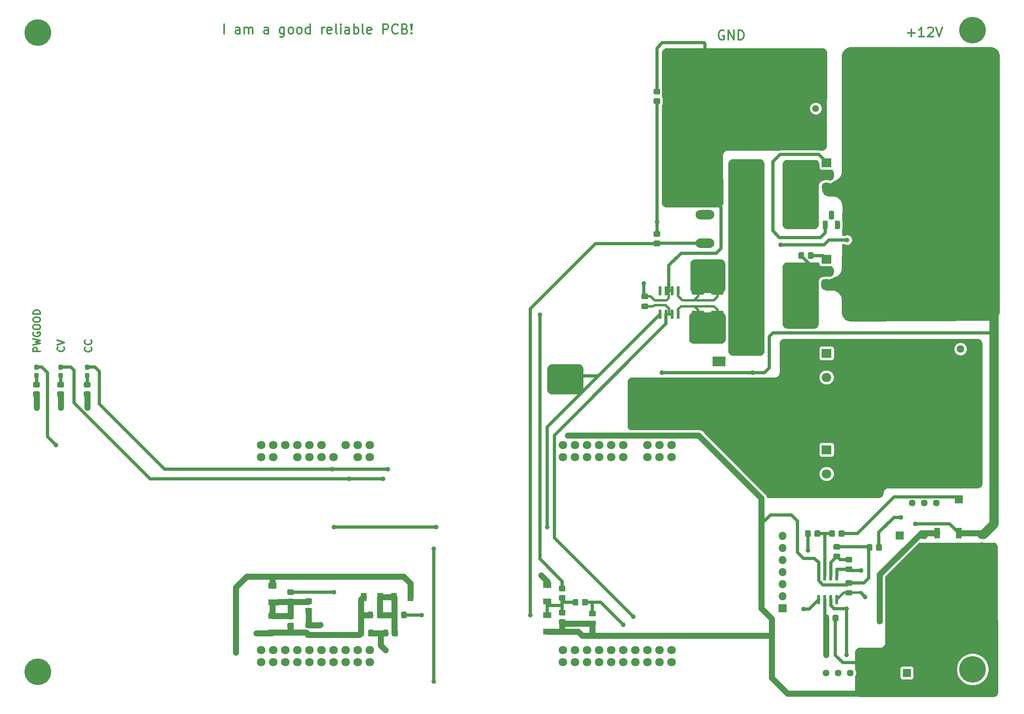
<source format=gbr>
%TF.GenerationSoftware,KiCad,Pcbnew,(5.1.12)-1*%
%TF.CreationDate,2021-11-16T18:17:40+08:00*%
%TF.ProjectId,CVModule,43564d6f-6475-46c6-952e-6b696361645f,rev?*%
%TF.SameCoordinates,Original*%
%TF.FileFunction,Copper,L1,Top*%
%TF.FilePolarity,Positive*%
%FSLAX46Y46*%
G04 Gerber Fmt 4.6, Leading zero omitted, Abs format (unit mm)*
G04 Created by KiCad (PCBNEW (5.1.12)-1) date 2021-11-16 18:17:40*
%MOMM*%
%LPD*%
G01*
G04 APERTURE LIST*
%TA.AperFunction,NonConductor*%
%ADD10C,0.300000*%
%TD*%
%TA.AperFunction,ComponentPad*%
%ADD11C,1.800000*%
%TD*%
%TA.AperFunction,ComponentPad*%
%ADD12O,3.960000X1.980000*%
%TD*%
%TA.AperFunction,ComponentPad*%
%ADD13O,5.000000X3.000000*%
%TD*%
%TA.AperFunction,ComponentPad*%
%ADD14R,5.000000X3.000000*%
%TD*%
%TA.AperFunction,ComponentPad*%
%ADD15O,2.000000X1.905000*%
%TD*%
%TA.AperFunction,ComponentPad*%
%ADD16R,2.000000X1.905000*%
%TD*%
%TA.AperFunction,ComponentPad*%
%ADD17R,1.700000X1.700000*%
%TD*%
%TA.AperFunction,SMDPad,CuDef*%
%ADD18R,1.700000X1.300000*%
%TD*%
%TA.AperFunction,ComponentPad*%
%ADD19R,1.600000X1.600000*%
%TD*%
%TA.AperFunction,ComponentPad*%
%ADD20C,1.600000*%
%TD*%
%TA.AperFunction,SMDPad,CuDef*%
%ADD21R,1.300000X1.700000*%
%TD*%
%TA.AperFunction,ConnectorPad*%
%ADD22C,5.600000*%
%TD*%
%TA.AperFunction,ComponentPad*%
%ADD23C,3.600000*%
%TD*%
%TA.AperFunction,ComponentPad*%
%ADD24O,1.700000X1.700000*%
%TD*%
%TA.AperFunction,ComponentPad*%
%ADD25C,3.500000*%
%TD*%
%TA.AperFunction,ComponentPad*%
%ADD26O,2.800000X2.000000*%
%TD*%
%TA.AperFunction,ComponentPad*%
%ADD27R,2.800000X2.000000*%
%TD*%
%TA.AperFunction,ComponentPad*%
%ADD28R,1.100000X1.800000*%
%TD*%
%TA.AperFunction,ComponentPad*%
%ADD29O,1.600000X1.600000*%
%TD*%
%TA.AperFunction,ComponentPad*%
%ADD30C,1.440000*%
%TD*%
%TA.AperFunction,SMDPad,CuDef*%
%ADD31R,1.200000X2.200000*%
%TD*%
%TA.AperFunction,SMDPad,CuDef*%
%ADD32R,5.800000X6.400000*%
%TD*%
%TA.AperFunction,ViaPad*%
%ADD33C,1.000000*%
%TD*%
%TA.AperFunction,Conductor*%
%ADD34C,0.635000*%
%TD*%
%TA.AperFunction,Conductor*%
%ADD35C,0.508000*%
%TD*%
%TA.AperFunction,Conductor*%
%ADD36C,1.270000*%
%TD*%
%TA.AperFunction,Conductor*%
%ADD37C,1.905000*%
%TD*%
%TA.AperFunction,Conductor*%
%ADD38C,0.254000*%
%TD*%
%TA.AperFunction,Conductor*%
%ADD39C,0.100000*%
%TD*%
G04 APERTURE END LIST*
D10*
X59590714Y-101885714D02*
X59662142Y-101957142D01*
X59733571Y-102171428D01*
X59733571Y-102314285D01*
X59662142Y-102528571D01*
X59519285Y-102671428D01*
X59376428Y-102742857D01*
X59090714Y-102814285D01*
X58876428Y-102814285D01*
X58590714Y-102742857D01*
X58447857Y-102671428D01*
X58305000Y-102528571D01*
X58233571Y-102314285D01*
X58233571Y-102171428D01*
X58305000Y-101957142D01*
X58376428Y-101885714D01*
X59590714Y-100385714D02*
X59662142Y-100457142D01*
X59733571Y-100671428D01*
X59733571Y-100814285D01*
X59662142Y-101028571D01*
X59519285Y-101171428D01*
X59376428Y-101242857D01*
X59090714Y-101314285D01*
X58876428Y-101314285D01*
X58590714Y-101242857D01*
X58447857Y-101171428D01*
X58305000Y-101028571D01*
X58233571Y-100814285D01*
X58233571Y-100671428D01*
X58305000Y-100457142D01*
X58376428Y-100385714D01*
X53875714Y-101778571D02*
X53947142Y-101850000D01*
X54018571Y-102064285D01*
X54018571Y-102207142D01*
X53947142Y-102421428D01*
X53804285Y-102564285D01*
X53661428Y-102635714D01*
X53375714Y-102707142D01*
X53161428Y-102707142D01*
X52875714Y-102635714D01*
X52732857Y-102564285D01*
X52590000Y-102421428D01*
X52518571Y-102207142D01*
X52518571Y-102064285D01*
X52590000Y-101850000D01*
X52661428Y-101778571D01*
X52518571Y-101350000D02*
X54018571Y-100850000D01*
X52518571Y-100350000D01*
X48938571Y-102746428D02*
X47438571Y-102746428D01*
X47438571Y-102175000D01*
X47510000Y-102032142D01*
X47581428Y-101960714D01*
X47724285Y-101889285D01*
X47938571Y-101889285D01*
X48081428Y-101960714D01*
X48152857Y-102032142D01*
X48224285Y-102175000D01*
X48224285Y-102746428D01*
X47438571Y-101389285D02*
X48938571Y-101032142D01*
X47867142Y-100746428D01*
X48938571Y-100460714D01*
X47438571Y-100103571D01*
X47510000Y-98746428D02*
X47438571Y-98889285D01*
X47438571Y-99103571D01*
X47510000Y-99317857D01*
X47652857Y-99460714D01*
X47795714Y-99532142D01*
X48081428Y-99603571D01*
X48295714Y-99603571D01*
X48581428Y-99532142D01*
X48724285Y-99460714D01*
X48867142Y-99317857D01*
X48938571Y-99103571D01*
X48938571Y-98960714D01*
X48867142Y-98746428D01*
X48795714Y-98675000D01*
X48295714Y-98675000D01*
X48295714Y-98960714D01*
X47438571Y-97746428D02*
X47438571Y-97460714D01*
X47510000Y-97317857D01*
X47652857Y-97175000D01*
X47938571Y-97103571D01*
X48438571Y-97103571D01*
X48724285Y-97175000D01*
X48867142Y-97317857D01*
X48938571Y-97460714D01*
X48938571Y-97746428D01*
X48867142Y-97889285D01*
X48724285Y-98032142D01*
X48438571Y-98103571D01*
X47938571Y-98103571D01*
X47652857Y-98032142D01*
X47510000Y-97889285D01*
X47438571Y-97746428D01*
X47438571Y-96175000D02*
X47438571Y-95889285D01*
X47510000Y-95746428D01*
X47652857Y-95603571D01*
X47938571Y-95532142D01*
X48438571Y-95532142D01*
X48724285Y-95603571D01*
X48867142Y-95746428D01*
X48938571Y-95889285D01*
X48938571Y-96175000D01*
X48867142Y-96317857D01*
X48724285Y-96460714D01*
X48438571Y-96532142D01*
X47938571Y-96532142D01*
X47652857Y-96460714D01*
X47510000Y-96317857D01*
X47438571Y-96175000D01*
X48938571Y-94889285D02*
X47438571Y-94889285D01*
X47438571Y-94532142D01*
X47510000Y-94317857D01*
X47652857Y-94175000D01*
X47795714Y-94103571D01*
X48081428Y-94032142D01*
X48295714Y-94032142D01*
X48581428Y-94103571D01*
X48724285Y-94175000D01*
X48867142Y-94317857D01*
X48938571Y-94532142D01*
X48938571Y-94889285D01*
X87600714Y-35829761D02*
X87600714Y-33829761D01*
X90934047Y-35829761D02*
X90934047Y-34782142D01*
X90838809Y-34591666D01*
X90648333Y-34496428D01*
X90267380Y-34496428D01*
X90076904Y-34591666D01*
X90934047Y-35734523D02*
X90743571Y-35829761D01*
X90267380Y-35829761D01*
X90076904Y-35734523D01*
X89981666Y-35544047D01*
X89981666Y-35353571D01*
X90076904Y-35163095D01*
X90267380Y-35067857D01*
X90743571Y-35067857D01*
X90934047Y-34972619D01*
X91886428Y-35829761D02*
X91886428Y-34496428D01*
X91886428Y-34686904D02*
X91981666Y-34591666D01*
X92172142Y-34496428D01*
X92457857Y-34496428D01*
X92648333Y-34591666D01*
X92743571Y-34782142D01*
X92743571Y-35829761D01*
X92743571Y-34782142D02*
X92838809Y-34591666D01*
X93029285Y-34496428D01*
X93315000Y-34496428D01*
X93505476Y-34591666D01*
X93600714Y-34782142D01*
X93600714Y-35829761D01*
X96934047Y-35829761D02*
X96934047Y-34782142D01*
X96838809Y-34591666D01*
X96648333Y-34496428D01*
X96267380Y-34496428D01*
X96076904Y-34591666D01*
X96934047Y-35734523D02*
X96743571Y-35829761D01*
X96267380Y-35829761D01*
X96076904Y-35734523D01*
X95981666Y-35544047D01*
X95981666Y-35353571D01*
X96076904Y-35163095D01*
X96267380Y-35067857D01*
X96743571Y-35067857D01*
X96934047Y-34972619D01*
X100267380Y-34496428D02*
X100267380Y-36115476D01*
X100172142Y-36305952D01*
X100076904Y-36401190D01*
X99886428Y-36496428D01*
X99600714Y-36496428D01*
X99410238Y-36401190D01*
X100267380Y-35734523D02*
X100076904Y-35829761D01*
X99695952Y-35829761D01*
X99505476Y-35734523D01*
X99410238Y-35639285D01*
X99315000Y-35448809D01*
X99315000Y-34877380D01*
X99410238Y-34686904D01*
X99505476Y-34591666D01*
X99695952Y-34496428D01*
X100076904Y-34496428D01*
X100267380Y-34591666D01*
X101505476Y-35829761D02*
X101315000Y-35734523D01*
X101219761Y-35639285D01*
X101124523Y-35448809D01*
X101124523Y-34877380D01*
X101219761Y-34686904D01*
X101315000Y-34591666D01*
X101505476Y-34496428D01*
X101791190Y-34496428D01*
X101981666Y-34591666D01*
X102076904Y-34686904D01*
X102172142Y-34877380D01*
X102172142Y-35448809D01*
X102076904Y-35639285D01*
X101981666Y-35734523D01*
X101791190Y-35829761D01*
X101505476Y-35829761D01*
X103315000Y-35829761D02*
X103124523Y-35734523D01*
X103029285Y-35639285D01*
X102934047Y-35448809D01*
X102934047Y-34877380D01*
X103029285Y-34686904D01*
X103124523Y-34591666D01*
X103315000Y-34496428D01*
X103600714Y-34496428D01*
X103791190Y-34591666D01*
X103886428Y-34686904D01*
X103981666Y-34877380D01*
X103981666Y-35448809D01*
X103886428Y-35639285D01*
X103791190Y-35734523D01*
X103600714Y-35829761D01*
X103315000Y-35829761D01*
X105695952Y-35829761D02*
X105695952Y-33829761D01*
X105695952Y-35734523D02*
X105505476Y-35829761D01*
X105124523Y-35829761D01*
X104934047Y-35734523D01*
X104838809Y-35639285D01*
X104743571Y-35448809D01*
X104743571Y-34877380D01*
X104838809Y-34686904D01*
X104934047Y-34591666D01*
X105124523Y-34496428D01*
X105505476Y-34496428D01*
X105695952Y-34591666D01*
X108172142Y-35829761D02*
X108172142Y-34496428D01*
X108172142Y-34877380D02*
X108267380Y-34686904D01*
X108362619Y-34591666D01*
X108553095Y-34496428D01*
X108743571Y-34496428D01*
X110172142Y-35734523D02*
X109981666Y-35829761D01*
X109600714Y-35829761D01*
X109410238Y-35734523D01*
X109315000Y-35544047D01*
X109315000Y-34782142D01*
X109410238Y-34591666D01*
X109600714Y-34496428D01*
X109981666Y-34496428D01*
X110172142Y-34591666D01*
X110267380Y-34782142D01*
X110267380Y-34972619D01*
X109315000Y-35163095D01*
X111410238Y-35829761D02*
X111219761Y-35734523D01*
X111124523Y-35544047D01*
X111124523Y-33829761D01*
X112172142Y-35829761D02*
X112172142Y-34496428D01*
X112172142Y-33829761D02*
X112076904Y-33925000D01*
X112172142Y-34020238D01*
X112267380Y-33925000D01*
X112172142Y-33829761D01*
X112172142Y-34020238D01*
X113981666Y-35829761D02*
X113981666Y-34782142D01*
X113886428Y-34591666D01*
X113695952Y-34496428D01*
X113315000Y-34496428D01*
X113124523Y-34591666D01*
X113981666Y-35734523D02*
X113791190Y-35829761D01*
X113315000Y-35829761D01*
X113124523Y-35734523D01*
X113029285Y-35544047D01*
X113029285Y-35353571D01*
X113124523Y-35163095D01*
X113315000Y-35067857D01*
X113791190Y-35067857D01*
X113981666Y-34972619D01*
X114934047Y-35829761D02*
X114934047Y-33829761D01*
X114934047Y-34591666D02*
X115124523Y-34496428D01*
X115505476Y-34496428D01*
X115695952Y-34591666D01*
X115791190Y-34686904D01*
X115886428Y-34877380D01*
X115886428Y-35448809D01*
X115791190Y-35639285D01*
X115695952Y-35734523D01*
X115505476Y-35829761D01*
X115124523Y-35829761D01*
X114934047Y-35734523D01*
X117029285Y-35829761D02*
X116838809Y-35734523D01*
X116743571Y-35544047D01*
X116743571Y-33829761D01*
X118553095Y-35734523D02*
X118362619Y-35829761D01*
X117981666Y-35829761D01*
X117791190Y-35734523D01*
X117695952Y-35544047D01*
X117695952Y-34782142D01*
X117791190Y-34591666D01*
X117981666Y-34496428D01*
X118362619Y-34496428D01*
X118553095Y-34591666D01*
X118648333Y-34782142D01*
X118648333Y-34972619D01*
X117695952Y-35163095D01*
X121029285Y-35829761D02*
X121029285Y-33829761D01*
X121791190Y-33829761D01*
X121981666Y-33925000D01*
X122076904Y-34020238D01*
X122172142Y-34210714D01*
X122172142Y-34496428D01*
X122076904Y-34686904D01*
X121981666Y-34782142D01*
X121791190Y-34877380D01*
X121029285Y-34877380D01*
X124172142Y-35639285D02*
X124076904Y-35734523D01*
X123791190Y-35829761D01*
X123600714Y-35829761D01*
X123315000Y-35734523D01*
X123124523Y-35544047D01*
X123029285Y-35353571D01*
X122934047Y-34972619D01*
X122934047Y-34686904D01*
X123029285Y-34305952D01*
X123124523Y-34115476D01*
X123315000Y-33925000D01*
X123600714Y-33829761D01*
X123791190Y-33829761D01*
X124076904Y-33925000D01*
X124172142Y-34020238D01*
X125695952Y-34782142D02*
X125981666Y-34877380D01*
X126076904Y-34972619D01*
X126172142Y-35163095D01*
X126172142Y-35448809D01*
X126076904Y-35639285D01*
X125981666Y-35734523D01*
X125791190Y-35829761D01*
X125029285Y-35829761D01*
X125029285Y-33829761D01*
X125695952Y-33829761D01*
X125886428Y-33925000D01*
X125981666Y-34020238D01*
X126076904Y-34210714D01*
X126076904Y-34401190D01*
X125981666Y-34591666D01*
X125886428Y-34686904D01*
X125695952Y-34782142D01*
X125029285Y-34782142D01*
X127029285Y-35639285D02*
X127124523Y-35734523D01*
X127029285Y-35829761D01*
X126934047Y-35734523D01*
X127029285Y-35639285D01*
X127029285Y-35829761D01*
X127029285Y-35067857D02*
X126934047Y-33925000D01*
X127029285Y-33829761D01*
X127124523Y-33925000D01*
X127029285Y-35067857D01*
X127029285Y-33829761D01*
X231426190Y-35702857D02*
X232950000Y-35702857D01*
X232188095Y-36464761D02*
X232188095Y-34940952D01*
X234950000Y-36464761D02*
X233807142Y-36464761D01*
X234378571Y-36464761D02*
X234378571Y-34464761D01*
X234188095Y-34750476D01*
X233997619Y-34940952D01*
X233807142Y-35036190D01*
X235711904Y-34655238D02*
X235807142Y-34560000D01*
X235997619Y-34464761D01*
X236473809Y-34464761D01*
X236664285Y-34560000D01*
X236759523Y-34655238D01*
X236854761Y-34845714D01*
X236854761Y-35036190D01*
X236759523Y-35321904D01*
X235616666Y-36464761D01*
X236854761Y-36464761D01*
X237426190Y-34464761D02*
X238092857Y-36464761D01*
X238759523Y-34464761D01*
X192786190Y-35195000D02*
X192595714Y-35099761D01*
X192310000Y-35099761D01*
X192024285Y-35195000D01*
X191833809Y-35385476D01*
X191738571Y-35575952D01*
X191643333Y-35956904D01*
X191643333Y-36242619D01*
X191738571Y-36623571D01*
X191833809Y-36814047D01*
X192024285Y-37004523D01*
X192310000Y-37099761D01*
X192500476Y-37099761D01*
X192786190Y-37004523D01*
X192881428Y-36909285D01*
X192881428Y-36242619D01*
X192500476Y-36242619D01*
X193738571Y-37099761D02*
X193738571Y-35099761D01*
X194881428Y-37099761D01*
X194881428Y-35099761D01*
X195833809Y-37099761D02*
X195833809Y-35099761D01*
X196310000Y-35099761D01*
X196595714Y-35195000D01*
X196786190Y-35385476D01*
X196881428Y-35575952D01*
X196976666Y-35956904D01*
X196976666Y-36242619D01*
X196881428Y-36623571D01*
X196786190Y-36814047D01*
X196595714Y-37004523D01*
X196310000Y-37099761D01*
X195833809Y-37099761D01*
D11*
%TO.P,U9,1*%
%TO.N,+3V3*%
X95377001Y-168138501D03*
%TO.P,U9,2*%
%TO.N,Net-(U9-Pad2)*%
X97917001Y-168138501D03*
%TO.P,U9,3*%
%TO.N,Net-(U9-Pad3)*%
X100457001Y-168138501D03*
%TO.P,U9,4*%
%TO.N,Net-(U9-Pad4)*%
X102997001Y-168138501D03*
%TO.P,U9,5*%
%TO.N,Net-(U9-Pad5)*%
X105537001Y-168138501D03*
%TO.P,U9,6*%
%TO.N,Net-(U9-Pad6)*%
X108077001Y-168138501D03*
%TO.P,U9,7*%
%TO.N,SCLK*%
X110617001Y-168138501D03*
%TO.P,U9,8*%
%TO.N,Net-(U9-Pad8)*%
X113157001Y-168138501D03*
%TO.P,U9,9*%
%TO.N,Net-(U9-Pad9)*%
X115697001Y-168138501D03*
%TO.P,U9,10*%
%TO.N,Net-(U9-Pad10)*%
X118237001Y-168138501D03*
%TO.P,U9,21*%
%TO.N,+5V*%
X95377001Y-165598501D03*
%TO.P,U9,22*%
%TO.N,-BATT*%
X97917001Y-165598501D03*
%TO.P,U9,23*%
%TO.N,Net-(U9-Pad23)*%
X100457001Y-165598501D03*
%TO.P,U9,24*%
%TO.N,Net-(U9-Pad24)*%
X102997001Y-165598501D03*
%TO.P,U9,25*%
%TO.N,Net-(U9-Pad25)*%
X105537001Y-165598501D03*
%TO.P,U9,26*%
%TO.N,Viout*%
X108077001Y-165598501D03*
%TO.P,U9,27*%
%TO.N,Net-(U9-Pad27)*%
X110617001Y-165598501D03*
%TO.P,U9,28*%
%TO.N,Net-(U9-Pad28)*%
X113157001Y-165598501D03*
%TO.P,U9,29*%
%TO.N,Net-(U9-Pad29)*%
X115697001Y-165598501D03*
%TO.P,U9,30*%
%TO.N,Vbat+*%
X118237001Y-165598501D03*
%TO.P,U9,18*%
%TO.N,Net-(U9-Pad18)*%
X100457001Y-122418501D03*
%TO.P,U9,32*%
%TO.N,Net-(U9-Pad32)*%
X115697001Y-124958501D03*
%TO.P,U9,19*%
%TO.N,CS*%
X97917001Y-122418501D03*
%TO.P,U9,34*%
%TO.N,CV_g*%
X110617001Y-124958501D03*
%TO.P,U9,40*%
%TO.N,Net-(U9-Pad40)*%
X95377001Y-124958501D03*
%TO.P,U9,16*%
%TO.N,Net-(U9-Pad16)*%
X105537001Y-122418501D03*
%TO.P,U9,20*%
%TO.N,-BATT*%
X95377001Y-122418501D03*
%TO.P,U9,31*%
%TO.N,Net-(U9-Pad31)*%
X118237001Y-124958501D03*
%TO.P,U9,35*%
%TO.N,CC_g*%
X108077001Y-124958501D03*
%TO.P,U9,17*%
%TO.N,Net-(U9-Pad17)*%
X102997001Y-122418501D03*
%TO.P,U9,15*%
%TO.N,MOSI*%
X108077001Y-122418501D03*
%TO.P,U9,37*%
%TO.N,Net-(U9-Pad37)*%
X102997001Y-124958501D03*
%TO.P,U9,12*%
%TO.N,Net-(U9-Pad12)*%
X115697001Y-122418501D03*
%TO.P,U9,36*%
%TO.N,Net-(U9-Pad36)*%
X105537001Y-124958501D03*
%TO.P,U9,13*%
%TO.N,Net-(U9-Pad13)*%
X113157001Y-122418501D03*
%TO.P,U9,39*%
%TO.N,Net-(U9-Pad39)*%
X97917001Y-124958501D03*
%TO.P,U9,11*%
%TO.N,Net-(U9-Pad11)*%
X118237001Y-122418501D03*
%TO.P,U9,72*%
%TO.N,Net-(U9-Pad72)*%
X179197001Y-124958501D03*
%TO.P,U9,58*%
%TO.N,Net-(U9-Pad58)*%
X163957001Y-122418501D03*
%TO.P,U9,57*%
%TO.N,Net-(U9-Pad57)*%
X166497001Y-122418501D03*
%TO.P,U9,75*%
%TO.N,Net-(U9-Pad75)*%
X171577001Y-124958501D03*
%TO.P,U9,71*%
%TO.N,Net-(U9-Pad71)*%
X181737001Y-124958501D03*
%TO.P,U9,60*%
%TO.N,-BATT*%
X158877001Y-122418501D03*
%TO.P,U9,56*%
%TO.N,Net-(U9-Pad56)*%
X169037001Y-122418501D03*
%TO.P,U9,80*%
%TO.N,Net-(U9-Pad80)*%
X158877001Y-124958501D03*
%TO.P,U9,73*%
%TO.N,Net-(U9-Pad73)*%
X176657001Y-124958501D03*
%TO.P,U9,59*%
%TO.N,Net-(U9-Pad59)*%
X161417001Y-122418501D03*
%TO.P,U9,51*%
%TO.N,Net-(U9-Pad51)*%
X181737001Y-122418501D03*
%TO.P,U9,78*%
%TO.N,Net-(U9-Pad78)*%
X163957001Y-124958501D03*
%TO.P,U9,79*%
%TO.N,Net-(U9-Pad79)*%
X161417001Y-124958501D03*
%TO.P,U9,63*%
%TO.N,Net-(U9-Pad63)*%
X163957001Y-165598501D03*
%TO.P,U9,49*%
%TO.N,Net-(U9-Pad49)*%
X179197001Y-168138501D03*
%TO.P,U9,62*%
%TO.N,-BATT*%
X161417001Y-165598501D03*
%TO.P,U9,47*%
%TO.N,Net-(U9-Pad47)*%
X174117001Y-168138501D03*
%TO.P,U9,48*%
%TO.N,Net-(U9-Pad48)*%
X176657001Y-168138501D03*
%TO.P,U9,41*%
%TO.N,Net-(U9-Pad41)*%
X158877001Y-168138501D03*
%TO.P,U9,65*%
%TO.N,Net-(U9-Pad65)*%
X169037001Y-165598501D03*
%TO.P,U9,61*%
%TO.N,+5V*%
X158877001Y-165598501D03*
%TO.P,U9,50*%
%TO.N,Net-(U9-Pad50)*%
X181737001Y-168138501D03*
%TO.P,U9,46*%
%TO.N,Net-(U9-Pad46)*%
X171577001Y-168138501D03*
%TO.P,U9,64*%
%TO.N,Net-(U9-Pad64)*%
X166497001Y-165598501D03*
%TO.P,U9,66*%
%TO.N,Vbat-*%
X171577001Y-165598501D03*
%TO.P,U9,44*%
%TO.N,Net-(U9-Pad44)*%
X166497001Y-168138501D03*
%TO.P,U9,69*%
%TO.N,Net-(U9-Pad69)*%
X179197001Y-165598501D03*
%TO.P,U9,45*%
%TO.N,Net-(U9-Pad45)*%
X169037001Y-168138501D03*
%TO.P,U9,68*%
%TO.N,Net-(U9-Pad68)*%
X176657001Y-165598501D03*
%TO.P,U9,42*%
%TO.N,Net-(U9-Pad42)*%
X161417001Y-168138501D03*
%TO.P,U9,43*%
%TO.N,Net-(U9-Pad43)*%
X163957001Y-168138501D03*
%TO.P,U9,70*%
%TO.N,bias_ctl*%
X181737001Y-165598501D03*
%TO.P,U9,67*%
%TO.N,Net-(U9-Pad67)*%
X174117001Y-165598501D03*
%TO.P,U9,52*%
%TO.N,Net-(U9-Pad52)*%
X179197001Y-122418501D03*
%TO.P,U9,76*%
%TO.N,Net-(U9-Pad76)*%
X169037001Y-124958501D03*
%TO.P,U9,77*%
%TO.N,Net-(U9-Pad77)*%
X166497001Y-124958501D03*
%TO.P,U9,55*%
%TO.N,Net-(U9-Pad55)*%
X171577001Y-122418501D03*
%TO.P,U9,53*%
%TO.N,Net-(U9-Pad53)*%
X176657001Y-122418501D03*
%TD*%
D12*
%TO.P,B1,3*%
%TO.N,bat-*%
X188792000Y-73962000D03*
D13*
%TO.P,B1,4*%
%TO.N,-BATT*%
X188792000Y-68962000D03*
D14*
%TO.P,B1,1*%
%TO.N,Rs-*%
X188792000Y-84962000D03*
D12*
%TO.P,B1,2*%
%TO.N,bat+*%
X188792000Y-79962000D03*
%TD*%
D15*
%TO.P,Q5,3*%
%TO.N,Net-(Q4-Pad3)*%
X214376000Y-108204000D03*
%TO.P,Q5,2*%
%TO.N,Net-(Q1-Pad2)*%
X214376000Y-105664000D03*
D16*
%TO.P,Q5,1*%
%TO.N,Net-(Q5-Pad1)*%
X214376000Y-103124000D03*
%TD*%
D17*
%TO.P,TP12,1*%
%TO.N,Iout*%
X158496000Y-107950000D03*
%TD*%
%TO.P,R38,1*%
%TO.N,-BATT*%
%TA.AperFunction,SMDPad,CuDef*%
G36*
G01*
X159200001Y-160350000D02*
X158299999Y-160350000D01*
G75*
G02*
X158050000Y-160100001I0J249999D01*
G01*
X158050000Y-159399999D01*
G75*
G02*
X158299999Y-159150000I249999J0D01*
G01*
X159200001Y-159150000D01*
G75*
G02*
X159450000Y-159399999I0J-249999D01*
G01*
X159450000Y-160100001D01*
G75*
G02*
X159200001Y-160350000I-249999J0D01*
G01*
G37*
%TD.AperFunction*%
%TO.P,R38,2*%
%TO.N,Net-(D10-Pad1)*%
%TA.AperFunction,SMDPad,CuDef*%
G36*
G01*
X159200001Y-158350000D02*
X158299999Y-158350000D01*
G75*
G02*
X158050000Y-158100001I0J249999D01*
G01*
X158050000Y-157399999D01*
G75*
G02*
X158299999Y-157150000I249999J0D01*
G01*
X159200001Y-157150000D01*
G75*
G02*
X159450000Y-157399999I0J-249999D01*
G01*
X159450000Y-158100001D01*
G75*
G02*
X159200001Y-158350000I-249999J0D01*
G01*
G37*
%TD.AperFunction*%
%TD*%
%TO.P,R37,2*%
%TO.N,bat-*%
%TA.AperFunction,SMDPad,CuDef*%
G36*
G01*
X159200001Y-153270000D02*
X158299999Y-153270000D01*
G75*
G02*
X158050000Y-153020001I0J249999D01*
G01*
X158050000Y-152319999D01*
G75*
G02*
X158299999Y-152070000I249999J0D01*
G01*
X159200001Y-152070000D01*
G75*
G02*
X159450000Y-152319999I0J-249999D01*
G01*
X159450000Y-153020001D01*
G75*
G02*
X159200001Y-153270000I-249999J0D01*
G01*
G37*
%TD.AperFunction*%
%TO.P,R37,1*%
%TO.N,Net-(D10-Pad1)*%
%TA.AperFunction,SMDPad,CuDef*%
G36*
G01*
X159200001Y-155270000D02*
X158299999Y-155270000D01*
G75*
G02*
X158050000Y-155020001I0J249999D01*
G01*
X158050000Y-154319999D01*
G75*
G02*
X158299999Y-154070000I249999J0D01*
G01*
X159200001Y-154070000D01*
G75*
G02*
X159450000Y-154319999I0J-249999D01*
G01*
X159450000Y-155020001D01*
G75*
G02*
X159200001Y-155270000I-249999J0D01*
G01*
G37*
%TD.AperFunction*%
%TD*%
%TO.P,R36,2*%
%TO.N,Vbat-*%
%TA.AperFunction,SMDPad,CuDef*%
G36*
G01*
X162960000Y-156025001D02*
X162960000Y-155124999D01*
G75*
G02*
X163209999Y-154875000I249999J0D01*
G01*
X163910001Y-154875000D01*
G75*
G02*
X164160000Y-155124999I0J-249999D01*
G01*
X164160000Y-156025001D01*
G75*
G02*
X163910001Y-156275000I-249999J0D01*
G01*
X163209999Y-156275000D01*
G75*
G02*
X162960000Y-156025001I0J249999D01*
G01*
G37*
%TD.AperFunction*%
%TO.P,R36,1*%
%TO.N,Net-(D10-Pad1)*%
%TA.AperFunction,SMDPad,CuDef*%
G36*
G01*
X160960000Y-156025001D02*
X160960000Y-155124999D01*
G75*
G02*
X161209999Y-154875000I249999J0D01*
G01*
X161910001Y-154875000D01*
G75*
G02*
X162160000Y-155124999I0J-249999D01*
G01*
X162160000Y-156025001D01*
G75*
G02*
X161910001Y-156275000I-249999J0D01*
G01*
X161209999Y-156275000D01*
G75*
G02*
X160960000Y-156025001I0J249999D01*
G01*
G37*
%TD.AperFunction*%
%TD*%
D15*
%TO.P,Q4,3*%
%TO.N,Net-(Q4-Pad3)*%
X214376000Y-128524000D03*
%TO.P,Q4,2*%
%TO.N,Net-(Q1-Pad2)*%
X214376000Y-125984000D03*
D16*
%TO.P,Q4,1*%
%TO.N,Net-(Q4-Pad1)*%
X214376000Y-123444000D03*
%TD*%
D18*
%TO.P,D10,2*%
%TO.N,-BATT*%
X155575000Y-161770000D03*
%TO.P,D10,1*%
%TO.N,Net-(D10-Pad1)*%
X155575000Y-158270000D03*
%TD*%
%TO.P,D9,2*%
%TO.N,Net-(D10-Pad1)*%
X155575000Y-155420000D03*
%TO.P,D9,1*%
%TO.N,+3V3*%
X155575000Y-151920000D03*
%TD*%
%TO.P,C12,2*%
%TO.N,-BATT*%
%TA.AperFunction,SMDPad,CuDef*%
G36*
G01*
X164625000Y-159432500D02*
X165575000Y-159432500D01*
G75*
G02*
X165825000Y-159682500I0J-250000D01*
G01*
X165825000Y-160357500D01*
G75*
G02*
X165575000Y-160607500I-250000J0D01*
G01*
X164625000Y-160607500D01*
G75*
G02*
X164375000Y-160357500I0J250000D01*
G01*
X164375000Y-159682500D01*
G75*
G02*
X164625000Y-159432500I250000J0D01*
G01*
G37*
%TD.AperFunction*%
%TO.P,C12,1*%
%TO.N,Vbat-*%
%TA.AperFunction,SMDPad,CuDef*%
G36*
G01*
X164625000Y-157357500D02*
X165575000Y-157357500D01*
G75*
G02*
X165825000Y-157607500I0J-250000D01*
G01*
X165825000Y-158282500D01*
G75*
G02*
X165575000Y-158532500I-250000J0D01*
G01*
X164625000Y-158532500D01*
G75*
G02*
X164375000Y-158282500I0J250000D01*
G01*
X164375000Y-157607500D01*
G75*
G02*
X164625000Y-157357500I250000J0D01*
G01*
G37*
%TD.AperFunction*%
%TD*%
%TO.P,C1,2*%
%TO.N,-BATT*%
%TA.AperFunction,SMDPad,CuDef*%
G36*
G01*
X219550000Y-152077000D02*
X218600000Y-152077000D01*
G75*
G02*
X218350000Y-151827000I0J250000D01*
G01*
X218350000Y-151152000D01*
G75*
G02*
X218600000Y-150902000I250000J0D01*
G01*
X219550000Y-150902000D01*
G75*
G02*
X219800000Y-151152000I0J-250000D01*
G01*
X219800000Y-151827000D01*
G75*
G02*
X219550000Y-152077000I-250000J0D01*
G01*
G37*
%TD.AperFunction*%
%TO.P,C1,1*%
%TO.N,+12V*%
%TA.AperFunction,SMDPad,CuDef*%
G36*
G01*
X219550000Y-154152000D02*
X218600000Y-154152000D01*
G75*
G02*
X218350000Y-153902000I0J250000D01*
G01*
X218350000Y-153227000D01*
G75*
G02*
X218600000Y-152977000I250000J0D01*
G01*
X219550000Y-152977000D01*
G75*
G02*
X219800000Y-153227000I0J-250000D01*
G01*
X219800000Y-153902000D01*
G75*
G02*
X219550000Y-154152000I-250000J0D01*
G01*
G37*
%TD.AperFunction*%
%TD*%
D19*
%TO.P,C3,1*%
%TO.N,+12V*%
X247015000Y-141224000D03*
D20*
%TO.P,C3,2*%
%TO.N,-BATT*%
X247015000Y-143724000D03*
%TD*%
%TO.P,C4,2*%
%TO.N,-BATT*%
%TA.AperFunction,SMDPad,CuDef*%
G36*
G01*
X234348000Y-143071000D02*
X235298000Y-143071000D01*
G75*
G02*
X235548000Y-143321000I0J-250000D01*
G01*
X235548000Y-143996000D01*
G75*
G02*
X235298000Y-144246000I-250000J0D01*
G01*
X234348000Y-144246000D01*
G75*
G02*
X234098000Y-143996000I0J250000D01*
G01*
X234098000Y-143321000D01*
G75*
G02*
X234348000Y-143071000I250000J0D01*
G01*
G37*
%TD.AperFunction*%
%TO.P,C4,1*%
%TO.N,+5V*%
%TA.AperFunction,SMDPad,CuDef*%
G36*
G01*
X234348000Y-140996000D02*
X235298000Y-140996000D01*
G75*
G02*
X235548000Y-141246000I0J-250000D01*
G01*
X235548000Y-141921000D01*
G75*
G02*
X235298000Y-142171000I-250000J0D01*
G01*
X234348000Y-142171000D01*
G75*
G02*
X234098000Y-141921000I0J250000D01*
G01*
X234098000Y-141246000D01*
G75*
G02*
X234348000Y-140996000I250000J0D01*
G01*
G37*
%TD.AperFunction*%
%TD*%
%TO.P,C7,1*%
%TO.N,+5V*%
%TA.AperFunction,SMDPad,CuDef*%
G36*
G01*
X176624000Y-93827000D02*
X175674000Y-93827000D01*
G75*
G02*
X175424000Y-93577000I0J250000D01*
G01*
X175424000Y-92902000D01*
G75*
G02*
X175674000Y-92652000I250000J0D01*
G01*
X176624000Y-92652000D01*
G75*
G02*
X176874000Y-92902000I0J-250000D01*
G01*
X176874000Y-93577000D01*
G75*
G02*
X176624000Y-93827000I-250000J0D01*
G01*
G37*
%TD.AperFunction*%
%TO.P,C7,2*%
%TO.N,-BATT*%
%TA.AperFunction,SMDPad,CuDef*%
G36*
G01*
X176624000Y-91752000D02*
X175674000Y-91752000D01*
G75*
G02*
X175424000Y-91502000I0J250000D01*
G01*
X175424000Y-90827000D01*
G75*
G02*
X175674000Y-90577000I250000J0D01*
G01*
X176624000Y-90577000D01*
G75*
G02*
X176874000Y-90827000I0J-250000D01*
G01*
X176874000Y-91502000D01*
G75*
G02*
X176624000Y-91752000I-250000J0D01*
G01*
G37*
%TD.AperFunction*%
%TD*%
%TO.P,C8,1*%
%TO.N,Vbat+*%
%TA.AperFunction,SMDPad,CuDef*%
G36*
G01*
X119100000Y-161577000D02*
X119100000Y-162527000D01*
G75*
G02*
X118850000Y-162777000I-250000J0D01*
G01*
X118175000Y-162777000D01*
G75*
G02*
X117925000Y-162527000I0J250000D01*
G01*
X117925000Y-161577000D01*
G75*
G02*
X118175000Y-161327000I250000J0D01*
G01*
X118850000Y-161327000D01*
G75*
G02*
X119100000Y-161577000I0J-250000D01*
G01*
G37*
%TD.AperFunction*%
%TO.P,C8,2*%
%TO.N,-BATT*%
%TA.AperFunction,SMDPad,CuDef*%
G36*
G01*
X117025000Y-161577000D02*
X117025000Y-162527000D01*
G75*
G02*
X116775000Y-162777000I-250000J0D01*
G01*
X116100000Y-162777000D01*
G75*
G02*
X115850000Y-162527000I0J250000D01*
G01*
X115850000Y-161577000D01*
G75*
G02*
X116100000Y-161327000I250000J0D01*
G01*
X116775000Y-161327000D01*
G75*
G02*
X117025000Y-161577000I0J-250000D01*
G01*
G37*
%TD.AperFunction*%
%TD*%
%TO.P,C9,1*%
%TO.N,Viout*%
%TA.AperFunction,SMDPad,CuDef*%
G36*
G01*
X104935000Y-159792000D02*
X105885000Y-159792000D01*
G75*
G02*
X106135000Y-160042000I0J-250000D01*
G01*
X106135000Y-160717000D01*
G75*
G02*
X105885000Y-160967000I-250000J0D01*
G01*
X104935000Y-160967000D01*
G75*
G02*
X104685000Y-160717000I0J250000D01*
G01*
X104685000Y-160042000D01*
G75*
G02*
X104935000Y-159792000I250000J0D01*
G01*
G37*
%TD.AperFunction*%
%TO.P,C9,2*%
%TO.N,-BATT*%
%TA.AperFunction,SMDPad,CuDef*%
G36*
G01*
X104935000Y-161867000D02*
X105885000Y-161867000D01*
G75*
G02*
X106135000Y-162117000I0J-250000D01*
G01*
X106135000Y-162792000D01*
G75*
G02*
X105885000Y-163042000I-250000J0D01*
G01*
X104935000Y-163042000D01*
G75*
G02*
X104685000Y-162792000I0J250000D01*
G01*
X104685000Y-162117000D01*
G75*
G02*
X104935000Y-161867000I250000J0D01*
G01*
G37*
%TD.AperFunction*%
%TD*%
%TO.P,D1,1*%
%TO.N,Net-(D1-Pad1)*%
%TA.AperFunction,SMDPad,CuDef*%
G36*
G01*
X48370500Y-108334000D02*
X47895500Y-108334000D01*
G75*
G02*
X47658000Y-108096500I0J237500D01*
G01*
X47658000Y-107521500D01*
G75*
G02*
X47895500Y-107284000I237500J0D01*
G01*
X48370500Y-107284000D01*
G75*
G02*
X48608000Y-107521500I0J-237500D01*
G01*
X48608000Y-108096500D01*
G75*
G02*
X48370500Y-108334000I-237500J0D01*
G01*
G37*
%TD.AperFunction*%
%TO.P,D1,2*%
%TO.N,+5V*%
%TA.AperFunction,SMDPad,CuDef*%
G36*
G01*
X48370500Y-106584000D02*
X47895500Y-106584000D01*
G75*
G02*
X47658000Y-106346500I0J237500D01*
G01*
X47658000Y-105771500D01*
G75*
G02*
X47895500Y-105534000I237500J0D01*
G01*
X48370500Y-105534000D01*
G75*
G02*
X48608000Y-105771500I0J-237500D01*
G01*
X48608000Y-106346500D01*
G75*
G02*
X48370500Y-106584000I-237500J0D01*
G01*
G37*
%TD.AperFunction*%
%TD*%
%TO.P,D3,1*%
%TO.N,Net-(D3-Pad1)*%
%TA.AperFunction,SMDPad,CuDef*%
G36*
G01*
X59038500Y-108334000D02*
X58563500Y-108334000D01*
G75*
G02*
X58326000Y-108096500I0J237500D01*
G01*
X58326000Y-107521500D01*
G75*
G02*
X58563500Y-107284000I237500J0D01*
G01*
X59038500Y-107284000D01*
G75*
G02*
X59276000Y-107521500I0J-237500D01*
G01*
X59276000Y-108096500D01*
G75*
G02*
X59038500Y-108334000I-237500J0D01*
G01*
G37*
%TD.AperFunction*%
%TO.P,D3,2*%
%TO.N,CC_g*%
%TA.AperFunction,SMDPad,CuDef*%
G36*
G01*
X59038500Y-106584000D02*
X58563500Y-106584000D01*
G75*
G02*
X58326000Y-106346500I0J237500D01*
G01*
X58326000Y-105771500D01*
G75*
G02*
X58563500Y-105534000I237500J0D01*
G01*
X59038500Y-105534000D01*
G75*
G02*
X59276000Y-105771500I0J-237500D01*
G01*
X59276000Y-106346500D01*
G75*
G02*
X59038500Y-106584000I-237500J0D01*
G01*
G37*
%TD.AperFunction*%
%TD*%
%TO.P,D4,2*%
%TO.N,CV_g*%
%TA.AperFunction,SMDPad,CuDef*%
G36*
G01*
X53450500Y-106584000D02*
X52975500Y-106584000D01*
G75*
G02*
X52738000Y-106346500I0J237500D01*
G01*
X52738000Y-105771500D01*
G75*
G02*
X52975500Y-105534000I237500J0D01*
G01*
X53450500Y-105534000D01*
G75*
G02*
X53688000Y-105771500I0J-237500D01*
G01*
X53688000Y-106346500D01*
G75*
G02*
X53450500Y-106584000I-237500J0D01*
G01*
G37*
%TD.AperFunction*%
%TO.P,D4,1*%
%TO.N,Net-(D4-Pad1)*%
%TA.AperFunction,SMDPad,CuDef*%
G36*
G01*
X53450500Y-108334000D02*
X52975500Y-108334000D01*
G75*
G02*
X52738000Y-108096500I0J237500D01*
G01*
X52738000Y-107521500D01*
G75*
G02*
X52975500Y-107284000I237500J0D01*
G01*
X53450500Y-107284000D01*
G75*
G02*
X53688000Y-107521500I0J-237500D01*
G01*
X53688000Y-108096500D01*
G75*
G02*
X53450500Y-108334000I-237500J0D01*
G01*
G37*
%TD.AperFunction*%
%TD*%
D21*
%TO.P,D5,2*%
%TO.N,Net-(D5-Pad2)*%
X123345000Y-154432000D03*
%TO.P,D5,1*%
%TO.N,+3V3*%
X126845000Y-154432000D03*
%TD*%
%TO.P,D6,1*%
%TO.N,Net-(D5-Pad2)*%
X120495000Y-154432000D03*
%TO.P,D6,2*%
%TO.N,-BATT*%
X116995000Y-154432000D03*
%TD*%
D18*
%TO.P,D7,2*%
%TO.N,Net-(D7-Pad2)*%
X97790000Y-155547000D03*
%TO.P,D7,1*%
%TO.N,+3V3*%
X97790000Y-152047000D03*
%TD*%
%TO.P,D8,1*%
%TO.N,Net-(D7-Pad2)*%
X97790000Y-158397000D03*
%TO.P,D8,2*%
%TO.N,-BATT*%
X97790000Y-161897000D03*
%TD*%
D22*
%TO.P,H1,1*%
%TO.N,N/C*%
X245110000Y-35052000D03*
D23*
X245110000Y-35052000D03*
%TD*%
%TO.P,H2,1*%
%TO.N,N/C*%
X48387000Y-35560000D03*
D22*
X48387000Y-35560000D03*
%TD*%
%TO.P,H3,1*%
%TO.N,N/C*%
X48387000Y-170180000D03*
D23*
X48387000Y-170180000D03*
%TD*%
%TO.P,H4,1*%
%TO.N,N/C*%
X245110000Y-169672000D03*
D22*
X245110000Y-169672000D03*
%TD*%
D17*
%TO.P,J1,1*%
%TO.N,sigout*%
X205105000Y-156845000D03*
D24*
%TO.P,J1,2*%
%TO.N,CS*%
X205105000Y-154305000D03*
%TO.P,J1,3*%
%TO.N,SCLK*%
X205105000Y-151765000D03*
%TO.P,J1,4*%
%TO.N,MOSI*%
X205105000Y-149225000D03*
%TO.P,J1,5*%
%TO.N,-BATT*%
X205105000Y-146685000D03*
%TO.P,J1,6*%
%TO.N,+5V*%
X205105000Y-144145000D03*
%TO.P,J1,7*%
%TO.N,Net-(J1-Pad7)*%
X205105000Y-141605000D03*
%TD*%
D25*
%TO.P,P1,1*%
%TO.N,+12V*%
X233465000Y-48385000D03*
X233465000Y-41785000D03*
X222465000Y-48385000D03*
X222465000Y-41785000D03*
%TD*%
%TO.P,P2,1*%
%TO.N,-BATT*%
X188810000Y-41277000D03*
X188810000Y-47877000D03*
X199810000Y-41277000D03*
X199810000Y-47877000D03*
%TD*%
D26*
%TO.P,Q2,3*%
%TO.N,Rs+*%
X191770000Y-99822000D03*
%TO.P,Q2,2*%
%TO.N,+4.2V*%
X195580000Y-102362000D03*
D27*
%TO.P,Q2,1*%
%TO.N,Net-(Q2-Pad1)*%
X191770000Y-104862000D03*
%TD*%
%TO.P,Q6,2*%
%TO.N,Net-(Q6-Pad2)*%
%TA.AperFunction,ComponentPad*%
G36*
G01*
X214842000Y-74647000D02*
X214842000Y-73397000D01*
G75*
G02*
X215117000Y-73122000I275000J0D01*
G01*
X215667000Y-73122000D01*
G75*
G02*
X215942000Y-73397000I0J-275000D01*
G01*
X215942000Y-74647000D01*
G75*
G02*
X215667000Y-74922000I-275000J0D01*
G01*
X215117000Y-74922000D01*
G75*
G02*
X214842000Y-74647000I0J275000D01*
G01*
G37*
%TD.AperFunction*%
%TO.P,Q6,3*%
%TO.N,Net-(C2-Pad1)*%
%TA.AperFunction,ComponentPad*%
G36*
G01*
X216112000Y-76717000D02*
X216112000Y-75467000D01*
G75*
G02*
X216387000Y-75192000I275000J0D01*
G01*
X216937000Y-75192000D01*
G75*
G02*
X217212000Y-75467000I0J-275000D01*
G01*
X217212000Y-76717000D01*
G75*
G02*
X216937000Y-76992000I-275000J0D01*
G01*
X216387000Y-76992000D01*
G75*
G02*
X216112000Y-76717000I0J275000D01*
G01*
G37*
%TD.AperFunction*%
D28*
%TO.P,Q6,1*%
%TO.N,Net-(Q6-Pad1)*%
X214122000Y-76092000D03*
%TD*%
%TO.P,R1,2*%
%TO.N,Net-(Q6-Pad1)*%
%TA.AperFunction,SMDPad,CuDef*%
G36*
G01*
X210458000Y-83000001D02*
X210458000Y-82099999D01*
G75*
G02*
X210707999Y-81850000I249999J0D01*
G01*
X211408001Y-81850000D01*
G75*
G02*
X211658000Y-82099999I0J-249999D01*
G01*
X211658000Y-83000001D01*
G75*
G02*
X211408001Y-83250000I-249999J0D01*
G01*
X210707999Y-83250000D01*
G75*
G02*
X210458000Y-83000001I0J249999D01*
G01*
G37*
%TD.AperFunction*%
%TO.P,R1,1*%
%TO.N,Net-(R1-Pad1)*%
%TA.AperFunction,SMDPad,CuDef*%
G36*
G01*
X208458000Y-83000001D02*
X208458000Y-82099999D01*
G75*
G02*
X208707999Y-81850000I249999J0D01*
G01*
X209408001Y-81850000D01*
G75*
G02*
X209658000Y-82099999I0J-249999D01*
G01*
X209658000Y-83000001D01*
G75*
G02*
X209408001Y-83250000I-249999J0D01*
G01*
X208707999Y-83250000D01*
G75*
G02*
X208458000Y-83000001I0J249999D01*
G01*
G37*
%TD.AperFunction*%
%TD*%
%TO.P,R2,2*%
%TO.N,Net-(R2-Pad2)*%
%TA.AperFunction,SMDPad,CuDef*%
G36*
G01*
X205550000Y-65941001D02*
X205550000Y-63090999D01*
G75*
G02*
X205799999Y-62841000I249999J0D01*
G01*
X206700001Y-62841000D01*
G75*
G02*
X206950000Y-63090999I0J-249999D01*
G01*
X206950000Y-65941001D01*
G75*
G02*
X206700001Y-66191000I-249999J0D01*
G01*
X205799999Y-66191000D01*
G75*
G02*
X205550000Y-65941001I0J249999D01*
G01*
G37*
%TD.AperFunction*%
%TO.P,R2,1*%
%TO.N,+4.2V*%
%TA.AperFunction,SMDPad,CuDef*%
G36*
G01*
X199450000Y-65941001D02*
X199450000Y-63090999D01*
G75*
G02*
X199699999Y-62841000I249999J0D01*
G01*
X200600001Y-62841000D01*
G75*
G02*
X200850000Y-63090999I0J-249999D01*
G01*
X200850000Y-65941001D01*
G75*
G02*
X200600001Y-66191000I-249999J0D01*
G01*
X199699999Y-66191000D01*
G75*
G02*
X199450000Y-65941001I0J249999D01*
G01*
G37*
%TD.AperFunction*%
%TD*%
%TO.P,R3,1*%
%TO.N,+4.2V*%
%TA.AperFunction,SMDPad,CuDef*%
G36*
G01*
X199450000Y-92611001D02*
X199450000Y-89760999D01*
G75*
G02*
X199699999Y-89511000I249999J0D01*
G01*
X200600001Y-89511000D01*
G75*
G02*
X200850000Y-89760999I0J-249999D01*
G01*
X200850000Y-92611001D01*
G75*
G02*
X200600001Y-92861000I-249999J0D01*
G01*
X199699999Y-92861000D01*
G75*
G02*
X199450000Y-92611001I0J249999D01*
G01*
G37*
%TD.AperFunction*%
%TO.P,R3,2*%
%TO.N,Net-(R1-Pad1)*%
%TA.AperFunction,SMDPad,CuDef*%
G36*
G01*
X205550000Y-92611001D02*
X205550000Y-89760999D01*
G75*
G02*
X205799999Y-89511000I249999J0D01*
G01*
X206700001Y-89511000D01*
G75*
G02*
X206950000Y-89760999I0J-249999D01*
G01*
X206950000Y-92611001D01*
G75*
G02*
X206700001Y-92861000I-249999J0D01*
G01*
X205799999Y-92861000D01*
G75*
G02*
X205550000Y-92611001I0J249999D01*
G01*
G37*
%TD.AperFunction*%
%TD*%
%TO.P,R4,1*%
%TO.N,-BATT*%
%TA.AperFunction,SMDPad,CuDef*%
G36*
G01*
X216865000Y-158426999D02*
X216865000Y-159327001D01*
G75*
G02*
X216615001Y-159577000I-249999J0D01*
G01*
X215914999Y-159577000D01*
G75*
G02*
X215665000Y-159327001I0J249999D01*
G01*
X215665000Y-158426999D01*
G75*
G02*
X215914999Y-158177000I249999J0D01*
G01*
X216615001Y-158177000D01*
G75*
G02*
X216865000Y-158426999I0J-249999D01*
G01*
G37*
%TD.AperFunction*%
%TO.P,R4,2*%
%TO.N,Net-(R4-Pad2)*%
%TA.AperFunction,SMDPad,CuDef*%
G36*
G01*
X214865000Y-158426999D02*
X214865000Y-159327001D01*
G75*
G02*
X214615001Y-159577000I-249999J0D01*
G01*
X213914999Y-159577000D01*
G75*
G02*
X213665000Y-159327001I0J249999D01*
G01*
X213665000Y-158426999D01*
G75*
G02*
X213914999Y-158177000I249999J0D01*
G01*
X214615001Y-158177000D01*
G75*
G02*
X214865000Y-158426999I0J-249999D01*
G01*
G37*
%TD.AperFunction*%
%TD*%
%TO.P,R5,1*%
%TO.N,-BATT*%
%TA.AperFunction,SMDPad,CuDef*%
G36*
G01*
X222809000Y-144468001D02*
X222809000Y-143567999D01*
G75*
G02*
X223058999Y-143318000I249999J0D01*
G01*
X223759001Y-143318000D01*
G75*
G02*
X224009000Y-143567999I0J-249999D01*
G01*
X224009000Y-144468001D01*
G75*
G02*
X223759001Y-144718000I-249999J0D01*
G01*
X223058999Y-144718000D01*
G75*
G02*
X222809000Y-144468001I0J249999D01*
G01*
G37*
%TD.AperFunction*%
%TO.P,R5,2*%
%TO.N,Net-(R5-Pad2)*%
%TA.AperFunction,SMDPad,CuDef*%
G36*
G01*
X224809000Y-144468001D02*
X224809000Y-143567999D01*
G75*
G02*
X225058999Y-143318000I249999J0D01*
G01*
X225759001Y-143318000D01*
G75*
G02*
X226009000Y-143567999I0J-249999D01*
G01*
X226009000Y-144468001D01*
G75*
G02*
X225759001Y-144718000I-249999J0D01*
G01*
X225058999Y-144718000D01*
G75*
G02*
X224809000Y-144468001I0J249999D01*
G01*
G37*
%TD.AperFunction*%
%TD*%
%TO.P,R7,1*%
%TO.N,Net-(R7-Pad1)*%
%TA.AperFunction,SMDPad,CuDef*%
G36*
G01*
X178238999Y-77394000D02*
X179139001Y-77394000D01*
G75*
G02*
X179389000Y-77643999I0J-249999D01*
G01*
X179389000Y-78344001D01*
G75*
G02*
X179139001Y-78594000I-249999J0D01*
G01*
X178238999Y-78594000D01*
G75*
G02*
X177989000Y-78344001I0J249999D01*
G01*
X177989000Y-77643999D01*
G75*
G02*
X178238999Y-77394000I249999J0D01*
G01*
G37*
%TD.AperFunction*%
%TO.P,R7,2*%
%TO.N,bat+*%
%TA.AperFunction,SMDPad,CuDef*%
G36*
G01*
X178238999Y-79394000D02*
X179139001Y-79394000D01*
G75*
G02*
X179389000Y-79643999I0J-249999D01*
G01*
X179389000Y-80344001D01*
G75*
G02*
X179139001Y-80594000I-249999J0D01*
G01*
X178238999Y-80594000D01*
G75*
G02*
X177989000Y-80344001I0J249999D01*
G01*
X177989000Y-79643999D01*
G75*
G02*
X178238999Y-79394000I249999J0D01*
G01*
G37*
%TD.AperFunction*%
%TD*%
%TO.P,R8,2*%
%TO.N,Net-(R7-Pad1)*%
%TA.AperFunction,SMDPad,CuDef*%
G36*
G01*
X178238999Y-49422000D02*
X179139001Y-49422000D01*
G75*
G02*
X179389000Y-49671999I0J-249999D01*
G01*
X179389000Y-50372001D01*
G75*
G02*
X179139001Y-50622000I-249999J0D01*
G01*
X178238999Y-50622000D01*
G75*
G02*
X177989000Y-50372001I0J249999D01*
G01*
X177989000Y-49671999D01*
G75*
G02*
X178238999Y-49422000I249999J0D01*
G01*
G37*
%TD.AperFunction*%
%TO.P,R8,1*%
%TO.N,-BATT*%
%TA.AperFunction,SMDPad,CuDef*%
G36*
G01*
X178238999Y-47422000D02*
X179139001Y-47422000D01*
G75*
G02*
X179389000Y-47671999I0J-249999D01*
G01*
X179389000Y-48372001D01*
G75*
G02*
X179139001Y-48622000I-249999J0D01*
G01*
X178238999Y-48622000D01*
G75*
G02*
X177989000Y-48372001I0J249999D01*
G01*
X177989000Y-47671999D01*
G75*
G02*
X178238999Y-47422000I249999J0D01*
G01*
G37*
%TD.AperFunction*%
%TD*%
%TO.P,R9,2*%
%TO.N,Net-(R9-Pad2)*%
%TA.AperFunction,SMDPad,CuDef*%
G36*
G01*
X211055000Y-140646999D02*
X211055000Y-141547001D01*
G75*
G02*
X210805001Y-141797000I-249999J0D01*
G01*
X210104999Y-141797000D01*
G75*
G02*
X209855000Y-141547001I0J249999D01*
G01*
X209855000Y-140646999D01*
G75*
G02*
X210104999Y-140397000I249999J0D01*
G01*
X210805001Y-140397000D01*
G75*
G02*
X211055000Y-140646999I0J-249999D01*
G01*
G37*
%TD.AperFunction*%
%TO.P,R9,1*%
%TO.N,Net-(R10-Pad1)*%
%TA.AperFunction,SMDPad,CuDef*%
G36*
G01*
X213055000Y-140646999D02*
X213055000Y-141547001D01*
G75*
G02*
X212805001Y-141797000I-249999J0D01*
G01*
X212104999Y-141797000D01*
G75*
G02*
X211855000Y-141547001I0J249999D01*
G01*
X211855000Y-140646999D01*
G75*
G02*
X212104999Y-140397000I249999J0D01*
G01*
X212805001Y-140397000D01*
G75*
G02*
X213055000Y-140646999I0J-249999D01*
G01*
G37*
%TD.AperFunction*%
%TD*%
%TO.P,R10,1*%
%TO.N,Net-(R10-Pad1)*%
%TA.AperFunction,SMDPad,CuDef*%
G36*
G01*
X214935000Y-141547001D02*
X214935000Y-140646999D01*
G75*
G02*
X215184999Y-140397000I249999J0D01*
G01*
X215885001Y-140397000D01*
G75*
G02*
X216135000Y-140646999I0J-249999D01*
G01*
X216135000Y-141547001D01*
G75*
G02*
X215885001Y-141797000I-249999J0D01*
G01*
X215184999Y-141797000D01*
G75*
G02*
X214935000Y-141547001I0J249999D01*
G01*
G37*
%TD.AperFunction*%
%TO.P,R10,2*%
%TO.N,Net-(R10-Pad2)*%
%TA.AperFunction,SMDPad,CuDef*%
G36*
G01*
X216935000Y-141547001D02*
X216935000Y-140646999D01*
G75*
G02*
X217184999Y-140397000I249999J0D01*
G01*
X217885001Y-140397000D01*
G75*
G02*
X218135000Y-140646999I0J-249999D01*
G01*
X218135000Y-141547001D01*
G75*
G02*
X217885001Y-141797000I-249999J0D01*
G01*
X217184999Y-141797000D01*
G75*
G02*
X216935000Y-141547001I0J249999D01*
G01*
G37*
%TD.AperFunction*%
%TD*%
%TO.P,R11,2*%
%TO.N,Net-(D1-Pad1)*%
%TA.AperFunction,SMDPad,CuDef*%
G36*
G01*
X48583001Y-110344000D02*
X47682999Y-110344000D01*
G75*
G02*
X47433000Y-110094001I0J249999D01*
G01*
X47433000Y-109393999D01*
G75*
G02*
X47682999Y-109144000I249999J0D01*
G01*
X48583001Y-109144000D01*
G75*
G02*
X48833000Y-109393999I0J-249999D01*
G01*
X48833000Y-110094001D01*
G75*
G02*
X48583001Y-110344000I-249999J0D01*
G01*
G37*
%TD.AperFunction*%
%TO.P,R11,1*%
%TO.N,-BATT*%
%TA.AperFunction,SMDPad,CuDef*%
G36*
G01*
X48583001Y-112344000D02*
X47682999Y-112344000D01*
G75*
G02*
X47433000Y-112094001I0J249999D01*
G01*
X47433000Y-111393999D01*
G75*
G02*
X47682999Y-111144000I249999J0D01*
G01*
X48583001Y-111144000D01*
G75*
G02*
X48833000Y-111393999I0J-249999D01*
G01*
X48833000Y-112094001D01*
G75*
G02*
X48583001Y-112344000I-249999J0D01*
G01*
G37*
%TD.AperFunction*%
%TD*%
%TO.P,R12,2*%
%TO.N,Net-(R12-Pad2)*%
%TA.AperFunction,SMDPad,CuDef*%
G36*
G01*
X216084999Y-145307000D02*
X216985001Y-145307000D01*
G75*
G02*
X217235000Y-145556999I0J-249999D01*
G01*
X217235000Y-146257001D01*
G75*
G02*
X216985001Y-146507000I-249999J0D01*
G01*
X216084999Y-146507000D01*
G75*
G02*
X215835000Y-146257001I0J249999D01*
G01*
X215835000Y-145556999D01*
G75*
G02*
X216084999Y-145307000I249999J0D01*
G01*
G37*
%TD.AperFunction*%
%TO.P,R12,1*%
%TO.N,-BATT*%
%TA.AperFunction,SMDPad,CuDef*%
G36*
G01*
X216084999Y-143307000D02*
X216985001Y-143307000D01*
G75*
G02*
X217235000Y-143556999I0J-249999D01*
G01*
X217235000Y-144257001D01*
G75*
G02*
X216985001Y-144507000I-249999J0D01*
G01*
X216084999Y-144507000D01*
G75*
G02*
X215835000Y-144257001I0J249999D01*
G01*
X215835000Y-143556999D01*
G75*
G02*
X216084999Y-143307000I249999J0D01*
G01*
G37*
%TD.AperFunction*%
%TD*%
%TO.P,R13,2*%
%TO.N,Net-(R12-Pad2)*%
%TA.AperFunction,SMDPad,CuDef*%
G36*
G01*
X219525001Y-147190000D02*
X218624999Y-147190000D01*
G75*
G02*
X218375000Y-146940001I0J249999D01*
G01*
X218375000Y-146239999D01*
G75*
G02*
X218624999Y-145990000I249999J0D01*
G01*
X219525001Y-145990000D01*
G75*
G02*
X219775000Y-146239999I0J-249999D01*
G01*
X219775000Y-146940001D01*
G75*
G02*
X219525001Y-147190000I-249999J0D01*
G01*
G37*
%TD.AperFunction*%
%TO.P,R13,1*%
%TO.N,signal*%
%TA.AperFunction,SMDPad,CuDef*%
G36*
G01*
X219525001Y-149190000D02*
X218624999Y-149190000D01*
G75*
G02*
X218375000Y-148940001I0J249999D01*
G01*
X218375000Y-148239999D01*
G75*
G02*
X218624999Y-147990000I249999J0D01*
G01*
X219525001Y-147990000D01*
G75*
G02*
X219775000Y-148239999I0J-249999D01*
G01*
X219775000Y-148940001D01*
G75*
G02*
X219525001Y-149190000I-249999J0D01*
G01*
G37*
%TD.AperFunction*%
%TD*%
%TO.P,R17,1*%
%TO.N,Rs+*%
%TA.AperFunction,SMDPad,CuDef*%
G36*
G01*
X192464001Y-95556000D02*
X190313999Y-95556000D01*
G75*
G02*
X190064000Y-95306001I0J249999D01*
G01*
X190064000Y-94405999D01*
G75*
G02*
X190313999Y-94156000I249999J0D01*
G01*
X192464001Y-94156000D01*
G75*
G02*
X192714000Y-94405999I0J-249999D01*
G01*
X192714000Y-95306001D01*
G75*
G02*
X192464001Y-95556000I-249999J0D01*
G01*
G37*
%TD.AperFunction*%
%TO.P,R17,2*%
%TO.N,Rs-*%
%TA.AperFunction,SMDPad,CuDef*%
G36*
G01*
X192464001Y-90756000D02*
X190313999Y-90756000D01*
G75*
G02*
X190064000Y-90506001I0J249999D01*
G01*
X190064000Y-89605999D01*
G75*
G02*
X190313999Y-89356000I249999J0D01*
G01*
X192464001Y-89356000D01*
G75*
G02*
X192714000Y-89605999I0J-249999D01*
G01*
X192714000Y-90506001D01*
G75*
G02*
X192464001Y-90756000I-249999J0D01*
G01*
G37*
%TD.AperFunction*%
%TD*%
%TO.P,R19,2*%
%TO.N,Rs-*%
%TA.AperFunction,SMDPad,CuDef*%
G36*
G01*
X188400001Y-90756000D02*
X186249999Y-90756000D01*
G75*
G02*
X186000000Y-90506001I0J249999D01*
G01*
X186000000Y-89605999D01*
G75*
G02*
X186249999Y-89356000I249999J0D01*
G01*
X188400001Y-89356000D01*
G75*
G02*
X188650000Y-89605999I0J-249999D01*
G01*
X188650000Y-90506001D01*
G75*
G02*
X188400001Y-90756000I-249999J0D01*
G01*
G37*
%TD.AperFunction*%
%TO.P,R19,1*%
%TO.N,Rs+*%
%TA.AperFunction,SMDPad,CuDef*%
G36*
G01*
X188400001Y-95556000D02*
X186249999Y-95556000D01*
G75*
G02*
X186000000Y-95306001I0J249999D01*
G01*
X186000000Y-94405999D01*
G75*
G02*
X186249999Y-94156000I249999J0D01*
G01*
X188400001Y-94156000D01*
G75*
G02*
X188650000Y-94405999I0J-249999D01*
G01*
X188650000Y-95306001D01*
G75*
G02*
X188400001Y-95556000I-249999J0D01*
G01*
G37*
%TD.AperFunction*%
%TD*%
D20*
%TO.P,R20,1*%
%TO.N,Net-(Q4-Pad3)*%
X242570000Y-102235000D03*
D29*
%TO.P,R20,2*%
%TO.N,+12V*%
X242570000Y-92075000D03*
%TD*%
%TO.P,R22,2*%
%TO.N,Net-(R2-Pad2)*%
%TA.AperFunction,SMDPad,CuDef*%
G36*
G01*
X205550000Y-76101001D02*
X205550000Y-73250999D01*
G75*
G02*
X205799999Y-73001000I249999J0D01*
G01*
X206700001Y-73001000D01*
G75*
G02*
X206950000Y-73250999I0J-249999D01*
G01*
X206950000Y-76101001D01*
G75*
G02*
X206700001Y-76351000I-249999J0D01*
G01*
X205799999Y-76351000D01*
G75*
G02*
X205550000Y-76101001I0J249999D01*
G01*
G37*
%TD.AperFunction*%
%TO.P,R22,1*%
%TO.N,+4.2V*%
%TA.AperFunction,SMDPad,CuDef*%
G36*
G01*
X199450000Y-76101001D02*
X199450000Y-73250999D01*
G75*
G02*
X199699999Y-73001000I249999J0D01*
G01*
X200600001Y-73001000D01*
G75*
G02*
X200850000Y-73250999I0J-249999D01*
G01*
X200850000Y-76101001D01*
G75*
G02*
X200600001Y-76351000I-249999J0D01*
G01*
X199699999Y-76351000D01*
G75*
G02*
X199450000Y-76101001I0J249999D01*
G01*
G37*
%TD.AperFunction*%
%TD*%
%TO.P,R23,1*%
%TO.N,+4.2V*%
%TA.AperFunction,SMDPad,CuDef*%
G36*
G01*
X199450000Y-71021001D02*
X199450000Y-68170999D01*
G75*
G02*
X199699999Y-67921000I249999J0D01*
G01*
X200600001Y-67921000D01*
G75*
G02*
X200850000Y-68170999I0J-249999D01*
G01*
X200850000Y-71021001D01*
G75*
G02*
X200600001Y-71271000I-249999J0D01*
G01*
X199699999Y-71271000D01*
G75*
G02*
X199450000Y-71021001I0J249999D01*
G01*
G37*
%TD.AperFunction*%
%TO.P,R23,2*%
%TO.N,Net-(R2-Pad2)*%
%TA.AperFunction,SMDPad,CuDef*%
G36*
G01*
X205550000Y-71021001D02*
X205550000Y-68170999D01*
G75*
G02*
X205799999Y-67921000I249999J0D01*
G01*
X206700001Y-67921000D01*
G75*
G02*
X206950000Y-68170999I0J-249999D01*
G01*
X206950000Y-71021001D01*
G75*
G02*
X206700001Y-71271000I-249999J0D01*
G01*
X205799999Y-71271000D01*
G75*
G02*
X205550000Y-71021001I0J249999D01*
G01*
G37*
%TD.AperFunction*%
%TD*%
%TO.P,R24,2*%
%TO.N,Net-(D3-Pad1)*%
%TA.AperFunction,SMDPad,CuDef*%
G36*
G01*
X59251001Y-110344000D02*
X58350999Y-110344000D01*
G75*
G02*
X58101000Y-110094001I0J249999D01*
G01*
X58101000Y-109393999D01*
G75*
G02*
X58350999Y-109144000I249999J0D01*
G01*
X59251001Y-109144000D01*
G75*
G02*
X59501000Y-109393999I0J-249999D01*
G01*
X59501000Y-110094001D01*
G75*
G02*
X59251001Y-110344000I-249999J0D01*
G01*
G37*
%TD.AperFunction*%
%TO.P,R24,1*%
%TO.N,-BATT*%
%TA.AperFunction,SMDPad,CuDef*%
G36*
G01*
X59251001Y-112344000D02*
X58350999Y-112344000D01*
G75*
G02*
X58101000Y-112094001I0J249999D01*
G01*
X58101000Y-111393999D01*
G75*
G02*
X58350999Y-111144000I249999J0D01*
G01*
X59251001Y-111144000D01*
G75*
G02*
X59501000Y-111393999I0J-249999D01*
G01*
X59501000Y-112094001D01*
G75*
G02*
X59251001Y-112344000I-249999J0D01*
G01*
G37*
%TD.AperFunction*%
%TD*%
%TO.P,R25,1*%
%TO.N,-BATT*%
%TA.AperFunction,SMDPad,CuDef*%
G36*
G01*
X53663001Y-112344000D02*
X52762999Y-112344000D01*
G75*
G02*
X52513000Y-112094001I0J249999D01*
G01*
X52513000Y-111393999D01*
G75*
G02*
X52762999Y-111144000I249999J0D01*
G01*
X53663001Y-111144000D01*
G75*
G02*
X53913000Y-111393999I0J-249999D01*
G01*
X53913000Y-112094001D01*
G75*
G02*
X53663001Y-112344000I-249999J0D01*
G01*
G37*
%TD.AperFunction*%
%TO.P,R25,2*%
%TO.N,Net-(D4-Pad1)*%
%TA.AperFunction,SMDPad,CuDef*%
G36*
G01*
X53663001Y-110344000D02*
X52762999Y-110344000D01*
G75*
G02*
X52513000Y-110094001I0J249999D01*
G01*
X52513000Y-109393999D01*
G75*
G02*
X52762999Y-109144000I249999J0D01*
G01*
X53663001Y-109144000D01*
G75*
G02*
X53913000Y-109393999I0J-249999D01*
G01*
X53913000Y-110094001D01*
G75*
G02*
X53663001Y-110344000I-249999J0D01*
G01*
G37*
%TD.AperFunction*%
%TD*%
%TO.P,R26,1*%
%TO.N,Net-(D5-Pad2)*%
%TA.AperFunction,SMDPad,CuDef*%
G36*
G01*
X124155000Y-161601999D02*
X124155000Y-162502001D01*
G75*
G02*
X123905001Y-162752000I-249999J0D01*
G01*
X123204999Y-162752000D01*
G75*
G02*
X122955000Y-162502001I0J249999D01*
G01*
X122955000Y-161601999D01*
G75*
G02*
X123204999Y-161352000I249999J0D01*
G01*
X123905001Y-161352000D01*
G75*
G02*
X124155000Y-161601999I0J-249999D01*
G01*
G37*
%TD.AperFunction*%
%TO.P,R26,2*%
%TO.N,Vbat+*%
%TA.AperFunction,SMDPad,CuDef*%
G36*
G01*
X122155000Y-161601999D02*
X122155000Y-162502001D01*
G75*
G02*
X121905001Y-162752000I-249999J0D01*
G01*
X121204999Y-162752000D01*
G75*
G02*
X120955000Y-162502001I0J249999D01*
G01*
X120955000Y-161601999D01*
G75*
G02*
X121204999Y-161352000I249999J0D01*
G01*
X121905001Y-161352000D01*
G75*
G02*
X122155000Y-161601999I0J-249999D01*
G01*
G37*
%TD.AperFunction*%
%TD*%
%TO.P,R27,1*%
%TO.N,Net-(D5-Pad2)*%
%TA.AperFunction,SMDPad,CuDef*%
G36*
G01*
X122860000Y-158692001D02*
X122860000Y-157791999D01*
G75*
G02*
X123109999Y-157542000I249999J0D01*
G01*
X123810001Y-157542000D01*
G75*
G02*
X124060000Y-157791999I0J-249999D01*
G01*
X124060000Y-158692001D01*
G75*
G02*
X123810001Y-158942000I-249999J0D01*
G01*
X123109999Y-158942000D01*
G75*
G02*
X122860000Y-158692001I0J249999D01*
G01*
G37*
%TD.AperFunction*%
%TO.P,R27,2*%
%TO.N,bat+*%
%TA.AperFunction,SMDPad,CuDef*%
G36*
G01*
X124860000Y-158692001D02*
X124860000Y-157791999D01*
G75*
G02*
X125109999Y-157542000I249999J0D01*
G01*
X125810001Y-157542000D01*
G75*
G02*
X126060000Y-157791999I0J-249999D01*
G01*
X126060000Y-158692001D01*
G75*
G02*
X125810001Y-158942000I-249999J0D01*
G01*
X125109999Y-158942000D01*
G75*
G02*
X124860000Y-158692001I0J249999D01*
G01*
G37*
%TD.AperFunction*%
%TD*%
%TO.P,R28,2*%
%TO.N,Net-(D5-Pad2)*%
%TA.AperFunction,SMDPad,CuDef*%
G36*
G01*
X119780000Y-158692001D02*
X119780000Y-157791999D01*
G75*
G02*
X120029999Y-157542000I249999J0D01*
G01*
X120730001Y-157542000D01*
G75*
G02*
X120980000Y-157791999I0J-249999D01*
G01*
X120980000Y-158692001D01*
G75*
G02*
X120730001Y-158942000I-249999J0D01*
G01*
X120029999Y-158942000D01*
G75*
G02*
X119780000Y-158692001I0J249999D01*
G01*
G37*
%TD.AperFunction*%
%TO.P,R28,1*%
%TO.N,-BATT*%
%TA.AperFunction,SMDPad,CuDef*%
G36*
G01*
X117780000Y-158692001D02*
X117780000Y-157791999D01*
G75*
G02*
X118029999Y-157542000I249999J0D01*
G01*
X118730001Y-157542000D01*
G75*
G02*
X118980000Y-157791999I0J-249999D01*
G01*
X118980000Y-158692001D01*
G75*
G02*
X118730001Y-158942000I-249999J0D01*
G01*
X118029999Y-158942000D01*
G75*
G02*
X117780000Y-158692001I0J249999D01*
G01*
G37*
%TD.AperFunction*%
%TD*%
%TO.P,R29,2*%
%TO.N,Viout*%
%TA.AperFunction,SMDPad,CuDef*%
G36*
G01*
X104959999Y-156737000D02*
X105860001Y-156737000D01*
G75*
G02*
X106110000Y-156986999I0J-249999D01*
G01*
X106110000Y-157687001D01*
G75*
G02*
X105860001Y-157937000I-249999J0D01*
G01*
X104959999Y-157937000D01*
G75*
G02*
X104710000Y-157687001I0J249999D01*
G01*
X104710000Y-156986999D01*
G75*
G02*
X104959999Y-156737000I249999J0D01*
G01*
G37*
%TD.AperFunction*%
%TO.P,R29,1*%
%TO.N,Net-(D7-Pad2)*%
%TA.AperFunction,SMDPad,CuDef*%
G36*
G01*
X104959999Y-154737000D02*
X105860001Y-154737000D01*
G75*
G02*
X106110000Y-154986999I0J-249999D01*
G01*
X106110000Y-155687001D01*
G75*
G02*
X105860001Y-155937000I-249999J0D01*
G01*
X104959999Y-155937000D01*
G75*
G02*
X104710000Y-155687001I0J249999D01*
G01*
X104710000Y-154986999D01*
G75*
G02*
X104959999Y-154737000I249999J0D01*
G01*
G37*
%TD.AperFunction*%
%TD*%
%TO.P,R30,1*%
%TO.N,Net-(D7-Pad2)*%
%TA.AperFunction,SMDPad,CuDef*%
G36*
G01*
X102050001Y-156032000D02*
X101149999Y-156032000D01*
G75*
G02*
X100900000Y-155782001I0J249999D01*
G01*
X100900000Y-155081999D01*
G75*
G02*
X101149999Y-154832000I249999J0D01*
G01*
X102050001Y-154832000D01*
G75*
G02*
X102300000Y-155081999I0J-249999D01*
G01*
X102300000Y-155782001D01*
G75*
G02*
X102050001Y-156032000I-249999J0D01*
G01*
G37*
%TD.AperFunction*%
%TO.P,R30,2*%
%TO.N,Iout*%
%TA.AperFunction,SMDPad,CuDef*%
G36*
G01*
X102050001Y-154032000D02*
X101149999Y-154032000D01*
G75*
G02*
X100900000Y-153782001I0J249999D01*
G01*
X100900000Y-153081999D01*
G75*
G02*
X101149999Y-152832000I249999J0D01*
G01*
X102050001Y-152832000D01*
G75*
G02*
X102300000Y-153081999I0J-249999D01*
G01*
X102300000Y-153782001D01*
G75*
G02*
X102050001Y-154032000I-249999J0D01*
G01*
G37*
%TD.AperFunction*%
%TD*%
%TO.P,R31,1*%
%TO.N,-BATT*%
%TA.AperFunction,SMDPad,CuDef*%
G36*
G01*
X102050001Y-161112000D02*
X101149999Y-161112000D01*
G75*
G02*
X100900000Y-160862001I0J249999D01*
G01*
X100900000Y-160161999D01*
G75*
G02*
X101149999Y-159912000I249999J0D01*
G01*
X102050001Y-159912000D01*
G75*
G02*
X102300000Y-160161999I0J-249999D01*
G01*
X102300000Y-160862001D01*
G75*
G02*
X102050001Y-161112000I-249999J0D01*
G01*
G37*
%TD.AperFunction*%
%TO.P,R31,2*%
%TO.N,Net-(D7-Pad2)*%
%TA.AperFunction,SMDPad,CuDef*%
G36*
G01*
X102050001Y-159112000D02*
X101149999Y-159112000D01*
G75*
G02*
X100900000Y-158862001I0J249999D01*
G01*
X100900000Y-158161999D01*
G75*
G02*
X101149999Y-157912000I249999J0D01*
G01*
X102050001Y-157912000D01*
G75*
G02*
X102300000Y-158161999I0J-249999D01*
G01*
X102300000Y-158862001D01*
G75*
G02*
X102050001Y-159112000I-249999J0D01*
G01*
G37*
%TD.AperFunction*%
%TD*%
%TO.P,R32,1*%
%TO.N,+4.2V*%
%TA.AperFunction,SMDPad,CuDef*%
G36*
G01*
X199450000Y-87277001D02*
X199450000Y-84426999D01*
G75*
G02*
X199699999Y-84177000I249999J0D01*
G01*
X200600001Y-84177000D01*
G75*
G02*
X200850000Y-84426999I0J-249999D01*
G01*
X200850000Y-87277001D01*
G75*
G02*
X200600001Y-87527000I-249999J0D01*
G01*
X199699999Y-87527000D01*
G75*
G02*
X199450000Y-87277001I0J249999D01*
G01*
G37*
%TD.AperFunction*%
%TO.P,R32,2*%
%TO.N,Net-(R1-Pad1)*%
%TA.AperFunction,SMDPad,CuDef*%
G36*
G01*
X205550000Y-87277001D02*
X205550000Y-84426999D01*
G75*
G02*
X205799999Y-84177000I249999J0D01*
G01*
X206700001Y-84177000D01*
G75*
G02*
X206950000Y-84426999I0J-249999D01*
G01*
X206950000Y-87277001D01*
G75*
G02*
X206700001Y-87527000I-249999J0D01*
G01*
X205799999Y-87527000D01*
G75*
G02*
X205550000Y-87277001I0J249999D01*
G01*
G37*
%TD.AperFunction*%
%TD*%
%TO.P,R33,2*%
%TO.N,Net-(R1-Pad1)*%
%TA.AperFunction,SMDPad,CuDef*%
G36*
G01*
X205550000Y-97691001D02*
X205550000Y-94840999D01*
G75*
G02*
X205799999Y-94591000I249999J0D01*
G01*
X206700001Y-94591000D01*
G75*
G02*
X206950000Y-94840999I0J-249999D01*
G01*
X206950000Y-97691001D01*
G75*
G02*
X206700001Y-97941000I-249999J0D01*
G01*
X205799999Y-97941000D01*
G75*
G02*
X205550000Y-97691001I0J249999D01*
G01*
G37*
%TD.AperFunction*%
%TO.P,R33,1*%
%TO.N,+4.2V*%
%TA.AperFunction,SMDPad,CuDef*%
G36*
G01*
X199450000Y-97691001D02*
X199450000Y-94840999D01*
G75*
G02*
X199699999Y-94591000I249999J0D01*
G01*
X200600001Y-94591000D01*
G75*
G02*
X200850000Y-94840999I0J-249999D01*
G01*
X200850000Y-97691001D01*
G75*
G02*
X200600001Y-97941000I-249999J0D01*
G01*
X199699999Y-97941000D01*
G75*
G02*
X199450000Y-97691001I0J249999D01*
G01*
G37*
%TD.AperFunction*%
%TD*%
D30*
%TO.P,RV1,1*%
%TO.N,Net-(R6-Pad1)*%
X212090000Y-51562000D03*
%TO.P,RV1,2*%
%TO.N,-BATT*%
X212090000Y-49022000D03*
%TO.P,RV1,3*%
X212090000Y-46482000D03*
%TD*%
%TO.P,RV2,3*%
%TO.N,Net-(R4-Pad2)*%
X214249000Y-170434000D03*
%TO.P,RV2,2*%
%TO.N,Net-(R9-Pad2)*%
X216789000Y-170434000D03*
%TO.P,RV2,1*%
X219329000Y-170434000D03*
%TD*%
%TO.P,RV3,1*%
%TO.N,Net-(R10-Pad2)*%
X237490000Y-134620000D03*
%TO.P,RV3,2*%
X234950000Y-134620000D03*
%TO.P,RV3,3*%
%TO.N,Net-(R5-Pad2)*%
X232410000Y-134620000D03*
%TD*%
D17*
%TO.P,TP1,1*%
%TO.N,Net-(R9-Pad2)*%
X231267000Y-170434000D03*
%TD*%
%TO.P,TP2,1*%
%TO.N,Net-(R10-Pad2)*%
X242189000Y-133858000D03*
%TD*%
%TO.P,TP3,1*%
%TO.N,signal*%
X229743000Y-141478000D03*
%TD*%
%TO.P,U2,1*%
%TO.N,signal*%
%TA.AperFunction,SMDPad,CuDef*%
G36*
G01*
X216385000Y-149077000D02*
X216685000Y-149077000D01*
G75*
G02*
X216835000Y-149227000I0J-150000D01*
G01*
X216835000Y-150877000D01*
G75*
G02*
X216685000Y-151027000I-150000J0D01*
G01*
X216385000Y-151027000D01*
G75*
G02*
X216235000Y-150877000I0J150000D01*
G01*
X216235000Y-149227000D01*
G75*
G02*
X216385000Y-149077000I150000J0D01*
G01*
G37*
%TD.AperFunction*%
%TO.P,U2,2*%
%TO.N,Net-(R12-Pad2)*%
%TA.AperFunction,SMDPad,CuDef*%
G36*
G01*
X215115000Y-149077000D02*
X215415000Y-149077000D01*
G75*
G02*
X215565000Y-149227000I0J-150000D01*
G01*
X215565000Y-150877000D01*
G75*
G02*
X215415000Y-151027000I-150000J0D01*
G01*
X215115000Y-151027000D01*
G75*
G02*
X214965000Y-150877000I0J150000D01*
G01*
X214965000Y-149227000D01*
G75*
G02*
X215115000Y-149077000I150000J0D01*
G01*
G37*
%TD.AperFunction*%
%TO.P,U2,3*%
%TO.N,Net-(R10-Pad1)*%
%TA.AperFunction,SMDPad,CuDef*%
G36*
G01*
X213845000Y-149077000D02*
X214145000Y-149077000D01*
G75*
G02*
X214295000Y-149227000I0J-150000D01*
G01*
X214295000Y-150877000D01*
G75*
G02*
X214145000Y-151027000I-150000J0D01*
G01*
X213845000Y-151027000D01*
G75*
G02*
X213695000Y-150877000I0J150000D01*
G01*
X213695000Y-149227000D01*
G75*
G02*
X213845000Y-149077000I150000J0D01*
G01*
G37*
%TD.AperFunction*%
%TO.P,U2,4*%
%TO.N,-BATT*%
%TA.AperFunction,SMDPad,CuDef*%
G36*
G01*
X212575000Y-149077000D02*
X212875000Y-149077000D01*
G75*
G02*
X213025000Y-149227000I0J-150000D01*
G01*
X213025000Y-150877000D01*
G75*
G02*
X212875000Y-151027000I-150000J0D01*
G01*
X212575000Y-151027000D01*
G75*
G02*
X212425000Y-150877000I0J150000D01*
G01*
X212425000Y-149227000D01*
G75*
G02*
X212575000Y-149077000I150000J0D01*
G01*
G37*
%TD.AperFunction*%
%TO.P,U2,5*%
%TO.N,sigout*%
%TA.AperFunction,SMDPad,CuDef*%
G36*
G01*
X212575000Y-154027000D02*
X212875000Y-154027000D01*
G75*
G02*
X213025000Y-154177000I0J-150000D01*
G01*
X213025000Y-155827000D01*
G75*
G02*
X212875000Y-155977000I-150000J0D01*
G01*
X212575000Y-155977000D01*
G75*
G02*
X212425000Y-155827000I0J150000D01*
G01*
X212425000Y-154177000D01*
G75*
G02*
X212575000Y-154027000I150000J0D01*
G01*
G37*
%TD.AperFunction*%
%TO.P,U2,6*%
%TO.N,Net-(R4-Pad2)*%
%TA.AperFunction,SMDPad,CuDef*%
G36*
G01*
X213845000Y-154027000D02*
X214145000Y-154027000D01*
G75*
G02*
X214295000Y-154177000I0J-150000D01*
G01*
X214295000Y-155827000D01*
G75*
G02*
X214145000Y-155977000I-150000J0D01*
G01*
X213845000Y-155977000D01*
G75*
G02*
X213695000Y-155827000I0J150000D01*
G01*
X213695000Y-154177000D01*
G75*
G02*
X213845000Y-154027000I150000J0D01*
G01*
G37*
%TD.AperFunction*%
%TO.P,U2,7*%
%TO.N,Net-(R9-Pad2)*%
%TA.AperFunction,SMDPad,CuDef*%
G36*
G01*
X215115000Y-154027000D02*
X215415000Y-154027000D01*
G75*
G02*
X215565000Y-154177000I0J-150000D01*
G01*
X215565000Y-155827000D01*
G75*
G02*
X215415000Y-155977000I-150000J0D01*
G01*
X215115000Y-155977000D01*
G75*
G02*
X214965000Y-155827000I0J150000D01*
G01*
X214965000Y-154177000D01*
G75*
G02*
X215115000Y-154027000I150000J0D01*
G01*
G37*
%TD.AperFunction*%
%TO.P,U2,8*%
%TO.N,+12V*%
%TA.AperFunction,SMDPad,CuDef*%
G36*
G01*
X216385000Y-154027000D02*
X216685000Y-154027000D01*
G75*
G02*
X216835000Y-154177000I0J-150000D01*
G01*
X216835000Y-155827000D01*
G75*
G02*
X216685000Y-155977000I-150000J0D01*
G01*
X216385000Y-155977000D01*
G75*
G02*
X216235000Y-155827000I0J150000D01*
G01*
X216235000Y-154177000D01*
G75*
G02*
X216385000Y-154027000I150000J0D01*
G01*
G37*
%TD.AperFunction*%
%TD*%
D15*
%TO.P,U3,3*%
%TO.N,+12V*%
X214376000Y-68072000D03*
%TO.P,U3,2*%
%TO.N,Net-(R2-Pad2)*%
X214376000Y-65532000D03*
D16*
%TO.P,U3,1*%
%TO.N,Net-(Q6-Pad1)*%
X214376000Y-62992000D03*
%TD*%
%TO.P,U4,1*%
%TO.N,Net-(Q6-Pad1)*%
X214376000Y-83312000D03*
D15*
%TO.P,U4,2*%
%TO.N,Net-(R1-Pad1)*%
X214376000Y-85852000D03*
%TO.P,U4,3*%
%TO.N,+12V*%
X214376000Y-88392000D03*
%TD*%
D31*
%TO.P,U5,1*%
%TO.N,+12V*%
X242183000Y-140961000D03*
%TO.P,U5,3*%
%TO.N,+5V*%
X237623000Y-140961000D03*
D32*
%TO.P,U5,2*%
%TO.N,-BATT*%
X239903000Y-147261000D03*
%TD*%
%TO.P,U8,1*%
%TO.N,Rs-*%
%TA.AperFunction,SMDPad,CuDef*%
G36*
G01*
X182984000Y-89006000D02*
X183284000Y-89006000D01*
G75*
G02*
X183434000Y-89156000I0J-150000D01*
G01*
X183434000Y-90806000D01*
G75*
G02*
X183284000Y-90956000I-150000J0D01*
G01*
X182984000Y-90956000D01*
G75*
G02*
X182834000Y-90806000I0J150000D01*
G01*
X182834000Y-89156000D01*
G75*
G02*
X182984000Y-89006000I150000J0D01*
G01*
G37*
%TD.AperFunction*%
%TO.P,U8,2*%
%TO.N,-BATT*%
%TA.AperFunction,SMDPad,CuDef*%
G36*
G01*
X181714000Y-89006000D02*
X182014000Y-89006000D01*
G75*
G02*
X182164000Y-89156000I0J-150000D01*
G01*
X182164000Y-90806000D01*
G75*
G02*
X182014000Y-90956000I-150000J0D01*
G01*
X181714000Y-90956000D01*
G75*
G02*
X181564000Y-90806000I0J150000D01*
G01*
X181564000Y-89156000D01*
G75*
G02*
X181714000Y-89006000I150000J0D01*
G01*
G37*
%TD.AperFunction*%
%TO.P,U8,3*%
%TA.AperFunction,SMDPad,CuDef*%
G36*
G01*
X180444000Y-89006000D02*
X180744000Y-89006000D01*
G75*
G02*
X180894000Y-89156000I0J-150000D01*
G01*
X180894000Y-90806000D01*
G75*
G02*
X180744000Y-90956000I-150000J0D01*
G01*
X180444000Y-90956000D01*
G75*
G02*
X180294000Y-90806000I0J150000D01*
G01*
X180294000Y-89156000D01*
G75*
G02*
X180444000Y-89006000I150000J0D01*
G01*
G37*
%TD.AperFunction*%
%TO.P,U8,4*%
%TO.N,Net-(U8-Pad4)*%
%TA.AperFunction,SMDPad,CuDef*%
G36*
G01*
X179174000Y-89006000D02*
X179474000Y-89006000D01*
G75*
G02*
X179624000Y-89156000I0J-150000D01*
G01*
X179624000Y-90806000D01*
G75*
G02*
X179474000Y-90956000I-150000J0D01*
G01*
X179174000Y-90956000D01*
G75*
G02*
X179024000Y-90806000I0J150000D01*
G01*
X179024000Y-89156000D01*
G75*
G02*
X179174000Y-89006000I150000J0D01*
G01*
G37*
%TD.AperFunction*%
%TO.P,U8,5*%
%TO.N,Iout*%
%TA.AperFunction,SMDPad,CuDef*%
G36*
G01*
X179174000Y-93956000D02*
X179474000Y-93956000D01*
G75*
G02*
X179624000Y-94106000I0J-150000D01*
G01*
X179624000Y-95756000D01*
G75*
G02*
X179474000Y-95906000I-150000J0D01*
G01*
X179174000Y-95906000D01*
G75*
G02*
X179024000Y-95756000I0J150000D01*
G01*
X179024000Y-94106000D01*
G75*
G02*
X179174000Y-93956000I150000J0D01*
G01*
G37*
%TD.AperFunction*%
%TO.P,U8,6*%
%TO.N,+5V*%
%TA.AperFunction,SMDPad,CuDef*%
G36*
G01*
X180444000Y-93956000D02*
X180744000Y-93956000D01*
G75*
G02*
X180894000Y-94106000I0J-150000D01*
G01*
X180894000Y-95756000D01*
G75*
G02*
X180744000Y-95906000I-150000J0D01*
G01*
X180444000Y-95906000D01*
G75*
G02*
X180294000Y-95756000I0J150000D01*
G01*
X180294000Y-94106000D01*
G75*
G02*
X180444000Y-93956000I150000J0D01*
G01*
G37*
%TD.AperFunction*%
%TO.P,U8,7*%
%TA.AperFunction,SMDPad,CuDef*%
G36*
G01*
X181714000Y-93956000D02*
X182014000Y-93956000D01*
G75*
G02*
X182164000Y-94106000I0J-150000D01*
G01*
X182164000Y-95756000D01*
G75*
G02*
X182014000Y-95906000I-150000J0D01*
G01*
X181714000Y-95906000D01*
G75*
G02*
X181564000Y-95756000I0J150000D01*
G01*
X181564000Y-94106000D01*
G75*
G02*
X181714000Y-93956000I150000J0D01*
G01*
G37*
%TD.AperFunction*%
%TO.P,U8,8*%
%TO.N,Rs+*%
%TA.AperFunction,SMDPad,CuDef*%
G36*
G01*
X182984000Y-93956000D02*
X183284000Y-93956000D01*
G75*
G02*
X183434000Y-94106000I0J-150000D01*
G01*
X183434000Y-95756000D01*
G75*
G02*
X183284000Y-95906000I-150000J0D01*
G01*
X182984000Y-95906000D01*
G75*
G02*
X182834000Y-95756000I0J150000D01*
G01*
X182834000Y-94106000D01*
G75*
G02*
X182984000Y-93956000I150000J0D01*
G01*
G37*
%TD.AperFunction*%
%TD*%
D33*
%TO.N,bat+*%
X129159004Y-158242004D03*
X152019004Y-158241984D03*
%TO.N,-BATT*%
X94361000Y-162052000D03*
X175895000Y-88392000D03*
X162941000Y-162560006D03*
X189865000Y-64262000D03*
X187325000Y-64262000D03*
X184785000Y-64262000D03*
X182245000Y-64262000D03*
X48133000Y-114554000D03*
X53213000Y-114554000D03*
X58801000Y-114554000D03*
X178435000Y-120396000D03*
X200660000Y-142240000D03*
X159893000Y-120396000D03*
%TO.N,Vbat-*%
X171584971Y-160274000D03*
%TO.N,+12V*%
X179705000Y-107188000D03*
X198755000Y-107188000D03*
X222504000Y-154432000D03*
X233045000Y-139065000D03*
%TO.N,+5V*%
X52197000Y-122428000D03*
X225552000Y-159512004D03*
X225552000Y-152273000D03*
X173735998Y-158623000D03*
%TO.N,Vbat+*%
X121539000Y-165608000D03*
%TO.N,Viout*%
X107823000Y-160274000D03*
%TO.N,+3V3*%
X90043000Y-166116000D03*
X154305000Y-149860000D03*
X125349000Y-150114000D03*
%TO.N,sigout*%
X209550000Y-156972000D03*
%TO.N,SCLK*%
X131699000Y-144272000D03*
X131699000Y-172212000D03*
%TO.N,Net-(Q1-Pad2)*%
X187960000Y-111252000D03*
X185420000Y-113157000D03*
X187960000Y-115062000D03*
X185420000Y-116967000D03*
X185420000Y-109347000D03*
X182880000Y-111252000D03*
X182880000Y-115062000D03*
%TO.N,Rs+*%
X187325000Y-97155000D03*
X191135000Y-97155000D03*
%TO.N,+4.2V*%
X195580000Y-64516000D03*
X195580000Y-69807666D03*
X195580000Y-75099332D03*
X195580000Y-85682664D03*
X195580000Y-96266000D03*
X195580000Y-90974330D03*
X195580000Y-80390998D03*
%TO.N,Net-(R1-Pad1)*%
X208788000Y-85852000D03*
X208788000Y-91186000D03*
X208788000Y-96266000D03*
%TO.N,Net-(R2-Pad2)*%
X208788000Y-64516000D03*
X208788000Y-69596000D03*
X208788000Y-74676000D03*
%TO.N,Net-(R4-Pad2)*%
X214249000Y-166624000D03*
%TO.N,Net-(R5-Pad2)*%
X229997000Y-137668000D03*
%TO.N,Net-(R7-Pad1)*%
X178689000Y-75438000D03*
X218694000Y-79248000D03*
X204724000Y-80264000D03*
%TO.N,Net-(R9-Pad2)*%
X218567000Y-166624000D03*
X210439000Y-144653000D03*
X218567000Y-156906990D03*
%TO.N,signal*%
X221615000Y-148844000D03*
%TO.N,Iout*%
X132207000Y-139700000D03*
X155575000Y-139700014D03*
X110744000Y-153416000D03*
X110744000Y-139700000D03*
%TO.N,CV_g*%
X113919000Y-129540000D03*
X121031000Y-129540000D03*
%TO.N,CC_g*%
X122047000Y-127508000D03*
X110363000Y-127508000D03*
%TO.N,bat-*%
X154051001Y-94995999D03*
%TD*%
D34*
%TO.N,bat+*%
X178721000Y-79962000D02*
X178689000Y-79994000D01*
X188665000Y-79962000D02*
X178721000Y-79962000D01*
X125460000Y-158242000D02*
X129159000Y-158242000D01*
X129159000Y-158242000D02*
X129159004Y-158242004D01*
X152019004Y-93725996D02*
X152019004Y-158241984D01*
X165751000Y-79994000D02*
X152019004Y-93725996D01*
X178689000Y-79994000D02*
X165751000Y-79994000D01*
D35*
%TO.N,Rs-*%
X183134000Y-89981000D02*
X183134000Y-91059000D01*
X183134000Y-91059000D02*
X184023000Y-91948000D01*
X184023000Y-91948000D02*
X185547000Y-91948000D01*
X186499500Y-91948000D02*
X185547000Y-91948000D01*
X187325000Y-91122500D02*
X186499500Y-91948000D01*
X187325000Y-90056000D02*
X187325000Y-91122500D01*
X191389000Y-91186000D02*
X191389000Y-90056000D01*
X190627000Y-91948000D02*
X191389000Y-91186000D01*
X185547000Y-91948000D02*
X190627000Y-91948000D01*
D34*
%TO.N,-BATT*%
X219075000Y-151489500D02*
X218672500Y-151892000D01*
X212725000Y-151027000D02*
X212725000Y-150052000D01*
X213590000Y-151892000D02*
X212725000Y-151027000D01*
X218672500Y-151892000D02*
X213590000Y-151892000D01*
X188665000Y-48022000D02*
X188810000Y-47877000D01*
D36*
X104852500Y-161897000D02*
X105410000Y-162454500D01*
X101600000Y-161869000D02*
X101572000Y-161897000D01*
X101600000Y-160512000D02*
X101600000Y-161869000D01*
X101572000Y-161897000D02*
X104852500Y-161897000D01*
X97790000Y-161897000D02*
X101572000Y-161897000D01*
X116035000Y-162454500D02*
X116437500Y-162052000D01*
X105410000Y-162454500D02*
X116035000Y-162454500D01*
X116437500Y-154989500D02*
X116995000Y-154432000D01*
X116713000Y-158242000D02*
X116437500Y-158517500D01*
X118380000Y-158242000D02*
X116713000Y-158242000D01*
X116437500Y-158517500D02*
X116437500Y-154989500D01*
X116437500Y-162052000D02*
X116437500Y-158517500D01*
X97635000Y-162052000D02*
X97790000Y-161897000D01*
X94361000Y-162052000D02*
X97635000Y-162052000D01*
X243478000Y-147261000D02*
X247015000Y-143724000D01*
X239903000Y-147261000D02*
X243478000Y-147261000D01*
D35*
X176149000Y-91164500D02*
X177397500Y-91164500D01*
X177397500Y-91164500D02*
X178181000Y-91948000D01*
X178181000Y-91948000D02*
X180721000Y-91948000D01*
X181164000Y-91505000D02*
X181164000Y-89981000D01*
X180721000Y-91948000D02*
X181164000Y-91505000D01*
X181164000Y-89981000D02*
X180594000Y-89981000D01*
X181864000Y-89981000D02*
X181164000Y-89981000D01*
D34*
X175895000Y-90910500D02*
X176149000Y-91164500D01*
X175895000Y-88392000D02*
X175895000Y-90910500D01*
X181164000Y-89981000D02*
X181164000Y-84647000D01*
X181164000Y-84647000D02*
X183769000Y-82042000D01*
X183769000Y-82042000D02*
X191135000Y-82042000D01*
X191135000Y-82042000D02*
X192151000Y-81026000D01*
X192151000Y-72448000D02*
X188665000Y-68962000D01*
X192151000Y-81026000D02*
X192151000Y-72448000D01*
D36*
X202818994Y-162560006D02*
X202819000Y-162560000D01*
X237617000Y-174752000D02*
X239903000Y-172466000D01*
X239903000Y-172466000D02*
X239903000Y-147261000D01*
X202819000Y-171450000D02*
X206121000Y-174752000D01*
X202819000Y-162560000D02*
X202819000Y-171450000D01*
X221869000Y-174752000D02*
X237617000Y-174752000D01*
X206121000Y-174752000D02*
X221869000Y-174752000D01*
X234823000Y-143658500D02*
X234823000Y-146304000D01*
X235780000Y-147261000D02*
X239903000Y-147261000D01*
X234823000Y-146304000D02*
X235780000Y-147261000D01*
D34*
X188810000Y-41277000D02*
X188810000Y-37934000D01*
X188810000Y-37934000D02*
X188595000Y-37719000D01*
X188595000Y-37719000D02*
X179832000Y-37719000D01*
X178689000Y-38862000D02*
X178689000Y-48022000D01*
X179832000Y-37719000D02*
X178689000Y-38862000D01*
D36*
X48133000Y-114554000D02*
X48133000Y-111744000D01*
X53213000Y-114554000D02*
X53213000Y-111744000D01*
X58801000Y-114554000D02*
X58801000Y-111744000D01*
X162150994Y-161770000D02*
X162941000Y-162560006D01*
X159020000Y-160020000D02*
X158750000Y-159750000D01*
X165100000Y-160020000D02*
X159020000Y-160020000D01*
X158750000Y-159750000D02*
X158750000Y-161615000D01*
X158750000Y-161615000D02*
X158905000Y-161770000D01*
X158905000Y-161770000D02*
X162150994Y-161770000D01*
X155575000Y-161770000D02*
X158905000Y-161770000D01*
X165100006Y-160020006D02*
X165100000Y-160020000D01*
X165100006Y-162560006D02*
X165100006Y-160020006D01*
X162941000Y-162560006D02*
X165100006Y-162560006D01*
X202818994Y-162560006D02*
X202818994Y-160273994D01*
X202818994Y-160273994D02*
X202818994Y-159003994D01*
X202818994Y-159003994D02*
X200660000Y-156845000D01*
D34*
X221869000Y-169164000D02*
X221869000Y-174752000D01*
X220980000Y-168275000D02*
X221869000Y-169164000D01*
X217805000Y-168275000D02*
X220980000Y-168275000D01*
X216265000Y-166735000D02*
X217805000Y-168275000D01*
X223298000Y-143907000D02*
X223409000Y-144018000D01*
X216535000Y-143907000D02*
X223298000Y-143907000D01*
X223266000Y-144161000D02*
X223409000Y-144018000D01*
X223266000Y-150495000D02*
X223266000Y-144161000D01*
X222271500Y-151489500D02*
X223266000Y-150495000D01*
X219075000Y-151489500D02*
X222271500Y-151489500D01*
D36*
X200660000Y-145288000D02*
X200660000Y-133604000D01*
X200660000Y-156845000D02*
X200660000Y-145288000D01*
X200660000Y-145288000D02*
X200660000Y-140335000D01*
X187452000Y-120396000D02*
X178435000Y-120396000D01*
X200660000Y-133604000D02*
X187452000Y-120396000D01*
D34*
X200660000Y-139065000D02*
X200660000Y-140335000D01*
X202565000Y-137160000D02*
X200660000Y-139065000D01*
X207010000Y-137160000D02*
X202565000Y-137160000D01*
X208280000Y-138430000D02*
X207010000Y-137160000D01*
X208280000Y-145034000D02*
X208280000Y-138430000D01*
X209550000Y-146304000D02*
X208280000Y-145034000D01*
X211836000Y-146304000D02*
X209550000Y-146304000D01*
X212725000Y-147193000D02*
X211836000Y-146304000D01*
X212725000Y-150052000D02*
X212725000Y-147193000D01*
X216265000Y-166735000D02*
X216265000Y-158877000D01*
D36*
X178435000Y-120396000D02*
X159893000Y-120396000D01*
X165100006Y-162560006D02*
X202818994Y-162560006D01*
D34*
%TO.N,Vbat-*%
X165100000Y-157945000D02*
X165100000Y-155575000D01*
X163560000Y-155575000D02*
X165100000Y-155575000D01*
X166885971Y-155575000D02*
X171084972Y-159774001D01*
X165100000Y-155575000D02*
X166885971Y-155575000D01*
X171084972Y-159774001D02*
X171584971Y-160274000D01*
D35*
%TO.N,+12V*%
X217972500Y-153564500D02*
X216535000Y-155002000D01*
X219075000Y-153564500D02*
X217972500Y-153564500D01*
D34*
X198755000Y-107188000D02*
X179705000Y-107188000D01*
D36*
X242183000Y-140961000D02*
X242198000Y-140961000D01*
X242183000Y-140961000D02*
X242183000Y-140468000D01*
D35*
X219075000Y-153564500D02*
X221466500Y-153564500D01*
D36*
X246752000Y-140961000D02*
X247015000Y-141224000D01*
X242183000Y-140961000D02*
X246752000Y-140961000D01*
D34*
X240287000Y-139065000D02*
X242183000Y-140961000D01*
D36*
X241722000Y-40005000D02*
X240069000Y-41658000D01*
X245110000Y-40005000D02*
X241722000Y-40005000D01*
D37*
X247015000Y-141224000D02*
X247396000Y-141224000D01*
X247396000Y-141224000D02*
X249555000Y-139065000D01*
D34*
X221636500Y-153564500D02*
X222504000Y-154432000D01*
X221466500Y-153564500D02*
X221636500Y-153564500D01*
X233045000Y-139065000D02*
X240287000Y-139065000D01*
D36*
X214360000Y-88662000D02*
X214630000Y-88392000D01*
D34*
X249301000Y-98806000D02*
X249555000Y-98552000D01*
X202311000Y-99568000D02*
X203073000Y-98806000D01*
X203073000Y-98806000D02*
X249301000Y-98806000D01*
X202311000Y-106172000D02*
X202311000Y-99568000D01*
X201295000Y-107188000D02*
X202311000Y-106172000D01*
X198755000Y-107188000D02*
X201295000Y-107188000D01*
D37*
X249555000Y-98552000D02*
X249555000Y-92710000D01*
X249555000Y-139065000D02*
X249555000Y-98552000D01*
D34*
%TO.N,+5V*%
X49290000Y-106059000D02*
X48133000Y-106059000D01*
X49290000Y-106059000D02*
X50419000Y-107188000D01*
X50419000Y-107188000D02*
X50419000Y-120142000D01*
X50419000Y-120650000D02*
X50419000Y-120142000D01*
X52197000Y-122428000D02*
X50419000Y-120650000D01*
D36*
X235445500Y-140961000D02*
X234823000Y-141583500D01*
X237623000Y-140961000D02*
X235445500Y-140961000D01*
D35*
X176149000Y-93239500D02*
X177905500Y-93239500D01*
X177905500Y-93239500D02*
X178181000Y-92964000D01*
X178181000Y-92964000D02*
X180467000Y-92964000D01*
X180467000Y-92964000D02*
X181229000Y-93726000D01*
X180594000Y-94931000D02*
X181040000Y-94931000D01*
X181229000Y-94866000D02*
X181294000Y-94931000D01*
X181229000Y-93726000D02*
X181229000Y-94866000D01*
X181294000Y-94931000D02*
X181864000Y-94931000D01*
X181040000Y-94931000D02*
X181294000Y-94931000D01*
D36*
X225552000Y-159512004D02*
X225552000Y-152273000D01*
X234324000Y-140961000D02*
X235445500Y-140961000D01*
X225552000Y-149733000D02*
X234324000Y-140961000D01*
X225552000Y-152273000D02*
X225552000Y-149733000D01*
D34*
X180594000Y-94931000D02*
X180594000Y-96901000D01*
X180594000Y-96901000D02*
X157099000Y-120396000D01*
X157099000Y-120396000D02*
X157099000Y-141986002D01*
X157099000Y-141986002D02*
X173735998Y-158623000D01*
D36*
%TO.N,Vbat+*%
X120523000Y-164592000D02*
X120523000Y-162052000D01*
X121539000Y-165608000D02*
X120523000Y-164592000D01*
X120523000Y-162052000D02*
X118512500Y-162052000D01*
X121555000Y-162052000D02*
X120523000Y-162052000D01*
%TO.N,Viout*%
X105410000Y-157337000D02*
X105410000Y-160379500D01*
X107717500Y-160379500D02*
X107823000Y-160274000D01*
X105410000Y-160379500D02*
X107717500Y-160379500D01*
D34*
%TO.N,Net-(D1-Pad1)*%
X48133000Y-107809000D02*
X48133000Y-109744000D01*
%TO.N,Net-(D3-Pad1)*%
X58801000Y-107809000D02*
X58801000Y-109744000D01*
%TO.N,Net-(D4-Pad1)*%
X53213000Y-107809000D02*
X53213000Y-109744000D01*
D36*
%TO.N,Net-(D5-Pad2)*%
X123345000Y-154432000D02*
X120495000Y-154432000D01*
X120380000Y-154547000D02*
X120495000Y-154432000D01*
X120380000Y-158242000D02*
X120380000Y-154547000D01*
X120380000Y-158242000D02*
X123460000Y-158242000D01*
X123460000Y-154547000D02*
X123345000Y-154432000D01*
X123460000Y-158242000D02*
X123460000Y-154547000D01*
X123460000Y-161957000D02*
X123555000Y-162052000D01*
X123460000Y-158242000D02*
X123460000Y-161957000D01*
%TO.N,+3V3*%
X97790000Y-152047000D02*
X97790000Y-150241000D01*
X97790000Y-150241000D02*
X97917000Y-150114000D01*
X97917000Y-150114000D02*
X125349000Y-150114000D01*
X126845000Y-151610000D02*
X126845000Y-154432000D01*
X125349000Y-150114000D02*
X126845000Y-151610000D01*
X97917000Y-150114000D02*
X92329000Y-150114000D01*
X92329000Y-150114000D02*
X90043000Y-152400000D01*
X90043000Y-152400000D02*
X90043000Y-166116000D01*
X155575000Y-151130000D02*
X154305000Y-149860000D01*
X155575000Y-151920000D02*
X155575000Y-151130000D01*
%TO.N,Net-(D7-Pad2)*%
X97790000Y-155547000D02*
X97790000Y-158397000D01*
X101600000Y-155432000D02*
X98949000Y-155432000D01*
X98834000Y-155547000D02*
X97790000Y-155547000D01*
X98949000Y-155432000D02*
X98834000Y-155547000D01*
X101485000Y-158397000D02*
X101600000Y-158512000D01*
X97790000Y-158397000D02*
X101485000Y-158397000D01*
X101600000Y-158512000D02*
X101600000Y-155432000D01*
X105315000Y-155432000D02*
X105410000Y-155337000D01*
X101600000Y-155432000D02*
X105315000Y-155432000D01*
D34*
%TO.N,sigout*%
X210755000Y-156972000D02*
X212725000Y-155002000D01*
X209550000Y-156972000D02*
X210755000Y-156972000D01*
%TO.N,SCLK*%
X131699000Y-144272000D02*
X131699000Y-172212000D01*
D35*
%TO.N,Rs+*%
X183134000Y-94931000D02*
X183134000Y-93853000D01*
X183134000Y-93853000D02*
X183769000Y-93218000D01*
X183769000Y-93218000D02*
X185547000Y-93218000D01*
X186563000Y-93218000D02*
X185547000Y-93218000D01*
X187325000Y-93980000D02*
X186563000Y-93218000D01*
X187325000Y-94856000D02*
X187325000Y-93980000D01*
X191389000Y-93913250D02*
X191389000Y-94856000D01*
X190693750Y-93218000D02*
X191389000Y-93913250D01*
X185547000Y-93218000D02*
X190693750Y-93218000D01*
D34*
%TO.N,Net-(Q6-Pad1)*%
X214122000Y-77724000D02*
X214122000Y-75692000D01*
X213106000Y-78740000D02*
X214122000Y-77724000D01*
X204470000Y-78740000D02*
X213106000Y-78740000D01*
X203073000Y-77343000D02*
X204470000Y-78740000D01*
X203073000Y-62738000D02*
X203073000Y-77343000D01*
X204597000Y-61214000D02*
X203073000Y-62738000D01*
X212725000Y-61214000D02*
X204597000Y-61214000D01*
X214630000Y-63119000D02*
X212725000Y-61214000D01*
X213614000Y-82550000D02*
X214376000Y-83312000D01*
X211058000Y-82550000D02*
X213614000Y-82550000D01*
%TO.N,Net-(R1-Pad1)*%
X212360000Y-85852000D02*
X214376000Y-85852000D01*
X209058000Y-82550000D02*
X212360000Y-85852000D01*
%TO.N,Net-(R4-Pad2)*%
X213995000Y-158607000D02*
X214265000Y-158877000D01*
X213995000Y-155002000D02*
X213995000Y-158607000D01*
D36*
X214249000Y-158893000D02*
X214265000Y-158877000D01*
X214249000Y-166624000D02*
X214249000Y-158893000D01*
D34*
%TO.N,Net-(R5-Pad2)*%
X229997000Y-137668000D02*
X228600000Y-137668000D01*
X225409000Y-140859000D02*
X225409000Y-143373490D01*
X228600000Y-137668000D02*
X225409000Y-140859000D01*
%TO.N,Net-(R7-Pad1)*%
X178689000Y-77994000D02*
X178689000Y-75438000D01*
X178689000Y-53594000D02*
X178689000Y-50022000D01*
X178689000Y-75438000D02*
X178689000Y-53594000D01*
X218694000Y-79248000D02*
X214884000Y-79248000D01*
X214884000Y-79248000D02*
X213868000Y-80264000D01*
X213868000Y-80264000D02*
X204724000Y-80264000D01*
%TO.N,Net-(R9-Pad2)*%
X210455000Y-141097000D02*
X210455000Y-144637000D01*
X210455000Y-144637000D02*
X210439000Y-144653000D01*
X218567000Y-166624000D02*
X218567000Y-156906990D01*
X215961990Y-156906990D02*
X218567000Y-156906990D01*
X215265000Y-155002000D02*
X215265000Y-156210000D01*
X215265000Y-156210000D02*
X215961990Y-156906990D01*
%TO.N,Net-(R10-Pad1)*%
X213995000Y-141097000D02*
X213995000Y-150052000D01*
X212455000Y-141097000D02*
X213995000Y-141097000D01*
X213995000Y-141097000D02*
X215535000Y-141097000D01*
%TO.N,Net-(R10-Pad2)*%
X217535000Y-141097000D02*
X220853000Y-141097000D01*
X220853000Y-141097000D02*
X228567501Y-133382499D01*
X228567501Y-133382499D02*
X241713499Y-133382499D01*
X241713499Y-133382499D02*
X242189000Y-133858000D01*
%TO.N,Net-(R12-Pad2)*%
X217218000Y-146590000D02*
X216535000Y-145907000D01*
X219075000Y-146590000D02*
X217218000Y-146590000D01*
X215265000Y-147177000D02*
X216535000Y-145907000D01*
X215265000Y-150052000D02*
X215265000Y-147177000D01*
%TO.N,signal*%
X216535000Y-150052000D02*
X216535000Y-148590000D01*
X216535000Y-148590000D02*
X219075000Y-148590000D01*
X219329000Y-148844000D02*
X219075000Y-148590000D01*
X221615000Y-148844000D02*
X219329000Y-148844000D01*
%TO.N,Iout*%
X132207000Y-139700000D02*
X115332000Y-139700000D01*
X155575000Y-118680000D02*
X155575000Y-139700014D01*
X110728000Y-153432000D02*
X110744000Y-153416000D01*
X101600000Y-153432000D02*
X110728000Y-153432000D01*
X110744000Y-139700000D02*
X115332000Y-139700000D01*
X158528500Y-107917500D02*
X158496000Y-107950000D01*
X166337500Y-107917500D02*
X158528500Y-107917500D01*
X179324000Y-94931000D02*
X166337500Y-107917500D01*
X166337500Y-107917500D02*
X155575000Y-118680000D01*
%TO.N,CV_g*%
X73695574Y-129540000D02*
X113919000Y-129540000D01*
X72009000Y-129540000D02*
X73695574Y-129540000D01*
X56007000Y-113538000D02*
X72009000Y-129540000D01*
X56007000Y-106680000D02*
X56007000Y-113538000D01*
X55386000Y-106059000D02*
X56007000Y-106680000D01*
X53213000Y-106059000D02*
X55386000Y-106059000D01*
X121031000Y-129540000D02*
X113919000Y-129540000D01*
%TO.N,CC_g*%
X122047000Y-127508000D02*
X110363000Y-127508000D01*
X110363000Y-127508000D02*
X81915000Y-127508000D01*
X60466000Y-106059000D02*
X58801000Y-106059000D01*
X60466000Y-106059000D02*
X61341000Y-106934000D01*
X61341000Y-106934000D02*
X61341000Y-113792000D01*
X61341000Y-113792000D02*
X75057000Y-127508000D01*
X75057000Y-127508000D02*
X81915000Y-127508000D01*
%TO.N,bat-*%
X158750000Y-151130000D02*
X158750000Y-152670000D01*
X154051000Y-146431000D02*
X158750000Y-151130000D01*
X154051000Y-94996000D02*
X154051000Y-146431000D01*
%TO.N,Net-(D10-Pad1)*%
X155575000Y-156210000D02*
X158750000Y-156210000D01*
X158750000Y-156210000D02*
X158750000Y-157750000D01*
X155575000Y-155420000D02*
X155575000Y-156210000D01*
X155575000Y-156210000D02*
X155575000Y-158270000D01*
X161560000Y-155575000D02*
X158750000Y-155575000D01*
X158750000Y-155575000D02*
X158750000Y-156210000D01*
X158750000Y-154670000D02*
X158750000Y-155575000D01*
%TD*%
D38*
%TO.N,Net-(R2-Pad2)*%
X212060427Y-62500464D02*
X212215169Y-62547405D01*
X212357782Y-62623633D01*
X212482782Y-62726218D01*
X212585367Y-62851218D01*
X212661595Y-62993831D01*
X212708536Y-63148573D01*
X212737928Y-63446995D01*
X212737928Y-63944500D01*
X212750188Y-64068982D01*
X212786498Y-64188680D01*
X212845463Y-64298994D01*
X212924815Y-64395685D01*
X213021506Y-64475037D01*
X213131820Y-64534002D01*
X213251518Y-64570312D01*
X213376000Y-64582572D01*
X215376000Y-64582572D01*
X215433716Y-64576888D01*
X215516870Y-64645130D01*
X215625362Y-64777328D01*
X215705978Y-64928150D01*
X215755624Y-65091811D01*
X215773000Y-65268234D01*
X215773000Y-65795766D01*
X215755624Y-65972189D01*
X215705978Y-66135850D01*
X215625362Y-66286672D01*
X215516870Y-66418870D01*
X215384672Y-66527362D01*
X215233850Y-66607978D01*
X215117940Y-66643139D01*
X215033949Y-66598245D01*
X214734704Y-66507470D01*
X214501486Y-66484500D01*
X214250514Y-66484500D01*
X214017296Y-66507470D01*
X213718051Y-66598245D01*
X213541852Y-66692425D01*
X213517462Y-66694827D01*
X213493044Y-66699683D01*
X213305451Y-66756588D01*
X213282450Y-66766116D01*
X213109563Y-66858526D01*
X213088862Y-66872358D01*
X212937325Y-66996721D01*
X212919721Y-67014325D01*
X212795358Y-67165862D01*
X212781526Y-67186563D01*
X212689116Y-67359450D01*
X212679588Y-67382451D01*
X212622683Y-67570044D01*
X212617827Y-67594462D01*
X212598612Y-67789552D01*
X212598000Y-67802000D01*
X212598000Y-75955766D01*
X212580624Y-76132189D01*
X212530978Y-76295850D01*
X212450362Y-76446672D01*
X212341870Y-76578870D01*
X212209672Y-76687362D01*
X212058850Y-76767978D01*
X211895189Y-76817624D01*
X211718766Y-76835000D01*
X206111234Y-76835000D01*
X205934811Y-76817624D01*
X205771150Y-76767978D01*
X205620328Y-76687362D01*
X205488130Y-76578870D01*
X205379638Y-76446672D01*
X205299022Y-76295850D01*
X205249376Y-76132189D01*
X205232000Y-75955766D01*
X205232000Y-63363234D01*
X205249376Y-63186811D01*
X205299022Y-63023150D01*
X205379638Y-62872328D01*
X205488130Y-62740130D01*
X205620328Y-62631638D01*
X205771150Y-62551022D01*
X205934811Y-62501376D01*
X206111234Y-62484000D01*
X211893266Y-62484000D01*
X212060427Y-62500464D01*
%TA.AperFunction,Conductor*%
D39*
G36*
X212060427Y-62500464D02*
G01*
X212215169Y-62547405D01*
X212357782Y-62623633D01*
X212482782Y-62726218D01*
X212585367Y-62851218D01*
X212661595Y-62993831D01*
X212708536Y-63148573D01*
X212737928Y-63446995D01*
X212737928Y-63944500D01*
X212750188Y-64068982D01*
X212786498Y-64188680D01*
X212845463Y-64298994D01*
X212924815Y-64395685D01*
X213021506Y-64475037D01*
X213131820Y-64534002D01*
X213251518Y-64570312D01*
X213376000Y-64582572D01*
X215376000Y-64582572D01*
X215433716Y-64576888D01*
X215516870Y-64645130D01*
X215625362Y-64777328D01*
X215705978Y-64928150D01*
X215755624Y-65091811D01*
X215773000Y-65268234D01*
X215773000Y-65795766D01*
X215755624Y-65972189D01*
X215705978Y-66135850D01*
X215625362Y-66286672D01*
X215516870Y-66418870D01*
X215384672Y-66527362D01*
X215233850Y-66607978D01*
X215117940Y-66643139D01*
X215033949Y-66598245D01*
X214734704Y-66507470D01*
X214501486Y-66484500D01*
X214250514Y-66484500D01*
X214017296Y-66507470D01*
X213718051Y-66598245D01*
X213541852Y-66692425D01*
X213517462Y-66694827D01*
X213493044Y-66699683D01*
X213305451Y-66756588D01*
X213282450Y-66766116D01*
X213109563Y-66858526D01*
X213088862Y-66872358D01*
X212937325Y-66996721D01*
X212919721Y-67014325D01*
X212795358Y-67165862D01*
X212781526Y-67186563D01*
X212689116Y-67359450D01*
X212679588Y-67382451D01*
X212622683Y-67570044D01*
X212617827Y-67594462D01*
X212598612Y-67789552D01*
X212598000Y-67802000D01*
X212598000Y-75955766D01*
X212580624Y-76132189D01*
X212530978Y-76295850D01*
X212450362Y-76446672D01*
X212341870Y-76578870D01*
X212209672Y-76687362D01*
X212058850Y-76767978D01*
X211895189Y-76817624D01*
X211718766Y-76835000D01*
X206111234Y-76835000D01*
X205934811Y-76817624D01*
X205771150Y-76767978D01*
X205620328Y-76687362D01*
X205488130Y-76578870D01*
X205379638Y-76446672D01*
X205299022Y-76295850D01*
X205249376Y-76132189D01*
X205232000Y-75955766D01*
X205232000Y-63363234D01*
X205249376Y-63186811D01*
X205299022Y-63023150D01*
X205379638Y-62872328D01*
X205488130Y-62740130D01*
X205620328Y-62631638D01*
X205771150Y-62551022D01*
X205934811Y-62501376D01*
X206111234Y-62484000D01*
X211893266Y-62484000D01*
X212060427Y-62500464D01*
G37*
%TD.AperFunction*%
%TD*%
D38*
%TO.N,Net-(R1-Pad1)*%
X212549001Y-84087936D02*
X212619363Y-84123788D01*
X212675212Y-84179637D01*
X212711064Y-84249999D01*
X212745211Y-84465602D01*
X212751497Y-84489691D01*
X212757490Y-84503392D01*
X212811608Y-84609603D01*
X212825030Y-84630572D01*
X212834962Y-84641749D01*
X212919251Y-84726038D01*
X212938497Y-84741832D01*
X212951397Y-84749392D01*
X212989617Y-84768866D01*
X213021506Y-84795037D01*
X213131820Y-84854002D01*
X213251518Y-84890312D01*
X213376000Y-84902572D01*
X215232367Y-84902572D01*
X215233850Y-84903022D01*
X215384672Y-84983638D01*
X215516870Y-85092130D01*
X215625362Y-85224328D01*
X215705978Y-85375150D01*
X215755624Y-85538811D01*
X215773000Y-85715234D01*
X215773000Y-85988766D01*
X215755624Y-86165189D01*
X215705978Y-86328850D01*
X215625362Y-86479672D01*
X215516870Y-86611870D01*
X215384672Y-86720362D01*
X215233850Y-86800978D01*
X215070189Y-86850624D01*
X214893766Y-86868000D01*
X214868313Y-86868000D01*
X214734704Y-86827470D01*
X214501486Y-86804500D01*
X214250514Y-86804500D01*
X214017296Y-86827470D01*
X213883687Y-86868000D01*
X213725000Y-86868000D01*
X213712552Y-86868612D01*
X213517462Y-86887827D01*
X213493044Y-86892683D01*
X213305451Y-86949588D01*
X213282450Y-86959116D01*
X213109563Y-87051526D01*
X213088862Y-87065358D01*
X212937325Y-87189721D01*
X212919721Y-87207325D01*
X212795358Y-87358862D01*
X212781526Y-87379563D01*
X212689116Y-87552450D01*
X212679588Y-87575451D01*
X212622683Y-87763044D01*
X212617827Y-87787462D01*
X212598612Y-87982552D01*
X212598000Y-87995000D01*
X212598000Y-96910766D01*
X212580624Y-97087189D01*
X212530978Y-97250850D01*
X212450362Y-97401672D01*
X212341870Y-97533870D01*
X212209672Y-97642362D01*
X212058850Y-97722978D01*
X211895189Y-97772624D01*
X211718766Y-97790000D01*
X206111234Y-97790000D01*
X205934811Y-97772624D01*
X205771150Y-97722978D01*
X205620328Y-97642362D01*
X205488130Y-97533870D01*
X205379638Y-97401672D01*
X205299022Y-97250850D01*
X205249376Y-97087189D01*
X205232000Y-96910766D01*
X205232000Y-84953234D01*
X205249376Y-84776811D01*
X205299022Y-84613150D01*
X205379638Y-84462328D01*
X205488130Y-84330130D01*
X205620328Y-84221638D01*
X205771150Y-84141022D01*
X205934811Y-84091376D01*
X206111234Y-84074000D01*
X212461008Y-84074000D01*
X212549001Y-84087936D01*
%TA.AperFunction,Conductor*%
D39*
G36*
X212549001Y-84087936D02*
G01*
X212619363Y-84123788D01*
X212675212Y-84179637D01*
X212711064Y-84249999D01*
X212745211Y-84465602D01*
X212751497Y-84489691D01*
X212757490Y-84503392D01*
X212811608Y-84609603D01*
X212825030Y-84630572D01*
X212834962Y-84641749D01*
X212919251Y-84726038D01*
X212938497Y-84741832D01*
X212951397Y-84749392D01*
X212989617Y-84768866D01*
X213021506Y-84795037D01*
X213131820Y-84854002D01*
X213251518Y-84890312D01*
X213376000Y-84902572D01*
X215232367Y-84902572D01*
X215233850Y-84903022D01*
X215384672Y-84983638D01*
X215516870Y-85092130D01*
X215625362Y-85224328D01*
X215705978Y-85375150D01*
X215755624Y-85538811D01*
X215773000Y-85715234D01*
X215773000Y-85988766D01*
X215755624Y-86165189D01*
X215705978Y-86328850D01*
X215625362Y-86479672D01*
X215516870Y-86611870D01*
X215384672Y-86720362D01*
X215233850Y-86800978D01*
X215070189Y-86850624D01*
X214893766Y-86868000D01*
X214868313Y-86868000D01*
X214734704Y-86827470D01*
X214501486Y-86804500D01*
X214250514Y-86804500D01*
X214017296Y-86827470D01*
X213883687Y-86868000D01*
X213725000Y-86868000D01*
X213712552Y-86868612D01*
X213517462Y-86887827D01*
X213493044Y-86892683D01*
X213305451Y-86949588D01*
X213282450Y-86959116D01*
X213109563Y-87051526D01*
X213088862Y-87065358D01*
X212937325Y-87189721D01*
X212919721Y-87207325D01*
X212795358Y-87358862D01*
X212781526Y-87379563D01*
X212689116Y-87552450D01*
X212679588Y-87575451D01*
X212622683Y-87763044D01*
X212617827Y-87787462D01*
X212598612Y-87982552D01*
X212598000Y-87995000D01*
X212598000Y-96910766D01*
X212580624Y-97087189D01*
X212530978Y-97250850D01*
X212450362Y-97401672D01*
X212341870Y-97533870D01*
X212209672Y-97642362D01*
X212058850Y-97722978D01*
X211895189Y-97772624D01*
X211718766Y-97790000D01*
X206111234Y-97790000D01*
X205934811Y-97772624D01*
X205771150Y-97722978D01*
X205620328Y-97642362D01*
X205488130Y-97533870D01*
X205379638Y-97401672D01*
X205299022Y-97250850D01*
X205249376Y-97087189D01*
X205232000Y-96910766D01*
X205232000Y-84953234D01*
X205249376Y-84776811D01*
X205299022Y-84613150D01*
X205379638Y-84462328D01*
X205488130Y-84330130D01*
X205620328Y-84221638D01*
X205771150Y-84141022D01*
X205934811Y-84091376D01*
X206111234Y-84074000D01*
X212461008Y-84074000D01*
X212549001Y-84087936D01*
G37*
%TD.AperFunction*%
%TD*%
D38*
%TO.N,+4.2V*%
X200465189Y-62374376D02*
X200628850Y-62424022D01*
X200779672Y-62504638D01*
X200911870Y-62613130D01*
X201020362Y-62745328D01*
X201100978Y-62896150D01*
X201150624Y-63059811D01*
X201168000Y-63236234D01*
X201168000Y-102625766D01*
X201150624Y-102802189D01*
X201100978Y-102965850D01*
X201020362Y-103116672D01*
X200911870Y-103248870D01*
X200779672Y-103357362D01*
X200628850Y-103437978D01*
X200465189Y-103487624D01*
X200288766Y-103505000D01*
X194681234Y-103505000D01*
X194504811Y-103487624D01*
X194341150Y-103437978D01*
X194190328Y-103357362D01*
X194058130Y-103248870D01*
X193949638Y-103116672D01*
X193869022Y-102965850D01*
X193819376Y-102802189D01*
X193802000Y-102625766D01*
X193802000Y-99932781D01*
X193812911Y-99822000D01*
X193802000Y-99711219D01*
X193802000Y-63236234D01*
X193819376Y-63059811D01*
X193869022Y-62896150D01*
X193949638Y-62745328D01*
X194058130Y-62613130D01*
X194190328Y-62504638D01*
X194341150Y-62424022D01*
X194504811Y-62374376D01*
X194681234Y-62357000D01*
X200288766Y-62357000D01*
X200465189Y-62374376D01*
%TA.AperFunction,Conductor*%
D39*
G36*
X200465189Y-62374376D02*
G01*
X200628850Y-62424022D01*
X200779672Y-62504638D01*
X200911870Y-62613130D01*
X201020362Y-62745328D01*
X201100978Y-62896150D01*
X201150624Y-63059811D01*
X201168000Y-63236234D01*
X201168000Y-102625766D01*
X201150624Y-102802189D01*
X201100978Y-102965850D01*
X201020362Y-103116672D01*
X200911870Y-103248870D01*
X200779672Y-103357362D01*
X200628850Y-103437978D01*
X200465189Y-103487624D01*
X200288766Y-103505000D01*
X194681234Y-103505000D01*
X194504811Y-103487624D01*
X194341150Y-103437978D01*
X194190328Y-103357362D01*
X194058130Y-103248870D01*
X193949638Y-103116672D01*
X193869022Y-102965850D01*
X193819376Y-102802189D01*
X193802000Y-102625766D01*
X193802000Y-99932781D01*
X193812911Y-99822000D01*
X193802000Y-99711219D01*
X193802000Y-63236234D01*
X193819376Y-63059811D01*
X193869022Y-62896150D01*
X193949638Y-62745328D01*
X194058130Y-62613130D01*
X194190328Y-62504638D01*
X194341150Y-62424022D01*
X194504811Y-62374376D01*
X194681234Y-62357000D01*
X200288766Y-62357000D01*
X200465189Y-62374376D01*
G37*
%TD.AperFunction*%
%TD*%
D38*
%TO.N,Rs-*%
X192210189Y-83456376D02*
X192373850Y-83506022D01*
X192524672Y-83586638D01*
X192656870Y-83695130D01*
X192765362Y-83827328D01*
X192845978Y-83978150D01*
X192895624Y-84141811D01*
X192913000Y-84318234D01*
X192913000Y-89417766D01*
X192895624Y-89594189D01*
X192845978Y-89757850D01*
X192765362Y-89908672D01*
X192656870Y-90040870D01*
X192524672Y-90149362D01*
X192373850Y-90229978D01*
X192210189Y-90279624D01*
X192033766Y-90297000D01*
X186680234Y-90297000D01*
X186503811Y-90279624D01*
X186340150Y-90229978D01*
X186189328Y-90149362D01*
X186057130Y-90040870D01*
X185948638Y-89908672D01*
X185868022Y-89757850D01*
X185818376Y-89594189D01*
X185801000Y-89417766D01*
X185801000Y-84318234D01*
X185818376Y-84141811D01*
X185868022Y-83978150D01*
X185948638Y-83827328D01*
X186057130Y-83695130D01*
X186189328Y-83586638D01*
X186340150Y-83506022D01*
X186503811Y-83456376D01*
X186680234Y-83439000D01*
X192033766Y-83439000D01*
X192210189Y-83456376D01*
%TA.AperFunction,Conductor*%
D39*
G36*
X192210189Y-83456376D02*
G01*
X192373850Y-83506022D01*
X192524672Y-83586638D01*
X192656870Y-83695130D01*
X192765362Y-83827328D01*
X192845978Y-83978150D01*
X192895624Y-84141811D01*
X192913000Y-84318234D01*
X192913000Y-89417766D01*
X192895624Y-89594189D01*
X192845978Y-89757850D01*
X192765362Y-89908672D01*
X192656870Y-90040870D01*
X192524672Y-90149362D01*
X192373850Y-90229978D01*
X192210189Y-90279624D01*
X192033766Y-90297000D01*
X186680234Y-90297000D01*
X186503811Y-90279624D01*
X186340150Y-90229978D01*
X186189328Y-90149362D01*
X186057130Y-90040870D01*
X185948638Y-89908672D01*
X185868022Y-89757850D01*
X185818376Y-89594189D01*
X185801000Y-89417766D01*
X185801000Y-84318234D01*
X185818376Y-84141811D01*
X185868022Y-83978150D01*
X185948638Y-83827328D01*
X186057130Y-83695130D01*
X186189328Y-83586638D01*
X186340150Y-83506022D01*
X186503811Y-83456376D01*
X186680234Y-83439000D01*
X192033766Y-83439000D01*
X192210189Y-83456376D01*
G37*
%TD.AperFunction*%
%TD*%
D38*
%TO.N,Rs+*%
X192337189Y-94632376D02*
X192500850Y-94682022D01*
X192651672Y-94762638D01*
X192783870Y-94871130D01*
X192892362Y-95003328D01*
X192972978Y-95154150D01*
X193022624Y-95317811D01*
X193040000Y-95494234D01*
X193040000Y-100085766D01*
X193022624Y-100262189D01*
X192972978Y-100425850D01*
X192892362Y-100576672D01*
X192783870Y-100708870D01*
X192651672Y-100817362D01*
X192500850Y-100897978D01*
X192337189Y-100947624D01*
X192160766Y-100965000D01*
X186426234Y-100965000D01*
X186249811Y-100947624D01*
X186086150Y-100897978D01*
X185935328Y-100817362D01*
X185803130Y-100708870D01*
X185694638Y-100576672D01*
X185614022Y-100425850D01*
X185564376Y-100262189D01*
X185547000Y-100085766D01*
X185547000Y-95494234D01*
X185564376Y-95317811D01*
X185614022Y-95154150D01*
X185694638Y-95003328D01*
X185803130Y-94871130D01*
X185935328Y-94762638D01*
X186086150Y-94682022D01*
X186249811Y-94632376D01*
X186426234Y-94615000D01*
X192160766Y-94615000D01*
X192337189Y-94632376D01*
%TA.AperFunction,Conductor*%
D39*
G36*
X192337189Y-94632376D02*
G01*
X192500850Y-94682022D01*
X192651672Y-94762638D01*
X192783870Y-94871130D01*
X192892362Y-95003328D01*
X192972978Y-95154150D01*
X193022624Y-95317811D01*
X193040000Y-95494234D01*
X193040000Y-100085766D01*
X193022624Y-100262189D01*
X192972978Y-100425850D01*
X192892362Y-100576672D01*
X192783870Y-100708870D01*
X192651672Y-100817362D01*
X192500850Y-100897978D01*
X192337189Y-100947624D01*
X192160766Y-100965000D01*
X186426234Y-100965000D01*
X186249811Y-100947624D01*
X186086150Y-100897978D01*
X185935328Y-100817362D01*
X185803130Y-100708870D01*
X185694638Y-100576672D01*
X185614022Y-100425850D01*
X185564376Y-100262189D01*
X185547000Y-100085766D01*
X185547000Y-95494234D01*
X185564376Y-95317811D01*
X185614022Y-95154150D01*
X185694638Y-95003328D01*
X185803130Y-94871130D01*
X185935328Y-94762638D01*
X186086150Y-94682022D01*
X186249811Y-94632376D01*
X186426234Y-94615000D01*
X192160766Y-94615000D01*
X192337189Y-94632376D01*
G37*
%TD.AperFunction*%
%TD*%
D38*
%TO.N,-BATT*%
X213667922Y-39006507D02*
X213832131Y-39056517D01*
X213983368Y-39137713D01*
X214115779Y-39246951D01*
X214224236Y-39380001D01*
X214304540Y-39531713D01*
X214353584Y-39696213D01*
X214370048Y-39873393D01*
X214254887Y-59450920D01*
X214236605Y-59626596D01*
X214186367Y-59789403D01*
X214105445Y-59939336D01*
X213996919Y-60070686D01*
X213864939Y-60178433D01*
X213714529Y-60258473D01*
X213551431Y-60307752D01*
X213375649Y-60325000D01*
X213075617Y-60325000D01*
X212911723Y-60275283D01*
X212771785Y-60261500D01*
X212725000Y-60256892D01*
X212678215Y-60261500D01*
X204643784Y-60261500D01*
X204596999Y-60256892D01*
X204410277Y-60275283D01*
X204246383Y-60325000D01*
X193542695Y-60325000D01*
X193530163Y-60325620D01*
X193333769Y-60345095D01*
X193309193Y-60350017D01*
X193120448Y-60407683D01*
X193097317Y-60417337D01*
X192923573Y-60510949D01*
X192902788Y-60524957D01*
X192750813Y-60650868D01*
X192733184Y-60668685D01*
X192608897Y-60821991D01*
X192595111Y-60842924D01*
X192503353Y-61017654D01*
X192493947Y-61040885D01*
X192438291Y-61230232D01*
X192433630Y-61254860D01*
X192416245Y-61451451D01*
X192415758Y-61463989D01*
X192521189Y-71374437D01*
X192505467Y-71552221D01*
X192456915Y-71717402D01*
X192376867Y-71869832D01*
X192268440Y-72003576D01*
X192135861Y-72113417D01*
X191984295Y-72195080D01*
X191819633Y-72245388D01*
X191642025Y-72263000D01*
X180711234Y-72263000D01*
X180534811Y-72245624D01*
X180371150Y-72195978D01*
X180220328Y-72115362D01*
X180088130Y-72006870D01*
X179979638Y-71874672D01*
X179899022Y-71723850D01*
X179849376Y-71560189D01*
X179832000Y-71383766D01*
X179832000Y-51428544D01*
X210735000Y-51428544D01*
X210735000Y-51695456D01*
X210787072Y-51957239D01*
X210889215Y-52203833D01*
X211037503Y-52425762D01*
X211226238Y-52614497D01*
X211448167Y-52762785D01*
X211694761Y-52864928D01*
X211956544Y-52917000D01*
X212223456Y-52917000D01*
X212485239Y-52864928D01*
X212731833Y-52762785D01*
X212953762Y-52614497D01*
X213142497Y-52425762D01*
X213290785Y-52203833D01*
X213392928Y-51957239D01*
X213445000Y-51695456D01*
X213445000Y-51428544D01*
X213392928Y-51166761D01*
X213290785Y-50920167D01*
X213142497Y-50698238D01*
X212953762Y-50509503D01*
X212731833Y-50361215D01*
X212485239Y-50259072D01*
X212223456Y-50207000D01*
X211956544Y-50207000D01*
X211694761Y-50259072D01*
X211448167Y-50361215D01*
X211226238Y-50509503D01*
X211037503Y-50698238D01*
X210889215Y-50920167D01*
X210787072Y-51166761D01*
X210735000Y-51428544D01*
X179832000Y-51428544D01*
X179832000Y-50920713D01*
X179877405Y-50865387D01*
X179959472Y-50711851D01*
X180010008Y-50545255D01*
X180027072Y-50372001D01*
X180027072Y-49671999D01*
X180010008Y-49498745D01*
X179959472Y-49332149D01*
X179877405Y-49178613D01*
X179832000Y-49123287D01*
X179832000Y-39868234D01*
X179849376Y-39691811D01*
X179899022Y-39528150D01*
X179979638Y-39377328D01*
X180088130Y-39245130D01*
X180220328Y-39136638D01*
X180371150Y-39056022D01*
X180534811Y-39006376D01*
X180711234Y-38989000D01*
X213490837Y-38989000D01*
X213667922Y-39006507D01*
%TA.AperFunction,Conductor*%
D39*
G36*
X213667922Y-39006507D02*
G01*
X213832131Y-39056517D01*
X213983368Y-39137713D01*
X214115779Y-39246951D01*
X214224236Y-39380001D01*
X214304540Y-39531713D01*
X214353584Y-39696213D01*
X214370048Y-39873393D01*
X214254887Y-59450920D01*
X214236605Y-59626596D01*
X214186367Y-59789403D01*
X214105445Y-59939336D01*
X213996919Y-60070686D01*
X213864939Y-60178433D01*
X213714529Y-60258473D01*
X213551431Y-60307752D01*
X213375649Y-60325000D01*
X213075617Y-60325000D01*
X212911723Y-60275283D01*
X212771785Y-60261500D01*
X212725000Y-60256892D01*
X212678215Y-60261500D01*
X204643784Y-60261500D01*
X204596999Y-60256892D01*
X204410277Y-60275283D01*
X204246383Y-60325000D01*
X193542695Y-60325000D01*
X193530163Y-60325620D01*
X193333769Y-60345095D01*
X193309193Y-60350017D01*
X193120448Y-60407683D01*
X193097317Y-60417337D01*
X192923573Y-60510949D01*
X192902788Y-60524957D01*
X192750813Y-60650868D01*
X192733184Y-60668685D01*
X192608897Y-60821991D01*
X192595111Y-60842924D01*
X192503353Y-61017654D01*
X192493947Y-61040885D01*
X192438291Y-61230232D01*
X192433630Y-61254860D01*
X192416245Y-61451451D01*
X192415758Y-61463989D01*
X192521189Y-71374437D01*
X192505467Y-71552221D01*
X192456915Y-71717402D01*
X192376867Y-71869832D01*
X192268440Y-72003576D01*
X192135861Y-72113417D01*
X191984295Y-72195080D01*
X191819633Y-72245388D01*
X191642025Y-72263000D01*
X180711234Y-72263000D01*
X180534811Y-72245624D01*
X180371150Y-72195978D01*
X180220328Y-72115362D01*
X180088130Y-72006870D01*
X179979638Y-71874672D01*
X179899022Y-71723850D01*
X179849376Y-71560189D01*
X179832000Y-71383766D01*
X179832000Y-51428544D01*
X210735000Y-51428544D01*
X210735000Y-51695456D01*
X210787072Y-51957239D01*
X210889215Y-52203833D01*
X211037503Y-52425762D01*
X211226238Y-52614497D01*
X211448167Y-52762785D01*
X211694761Y-52864928D01*
X211956544Y-52917000D01*
X212223456Y-52917000D01*
X212485239Y-52864928D01*
X212731833Y-52762785D01*
X212953762Y-52614497D01*
X213142497Y-52425762D01*
X213290785Y-52203833D01*
X213392928Y-51957239D01*
X213445000Y-51695456D01*
X213445000Y-51428544D01*
X213392928Y-51166761D01*
X213290785Y-50920167D01*
X213142497Y-50698238D01*
X212953762Y-50509503D01*
X212731833Y-50361215D01*
X212485239Y-50259072D01*
X212223456Y-50207000D01*
X211956544Y-50207000D01*
X211694761Y-50259072D01*
X211448167Y-50361215D01*
X211226238Y-50509503D01*
X211037503Y-50698238D01*
X210889215Y-50920167D01*
X210787072Y-51166761D01*
X210735000Y-51428544D01*
X179832000Y-51428544D01*
X179832000Y-50920713D01*
X179877405Y-50865387D01*
X179959472Y-50711851D01*
X180010008Y-50545255D01*
X180027072Y-50372001D01*
X180027072Y-49671999D01*
X180010008Y-49498745D01*
X179959472Y-49332149D01*
X179877405Y-49178613D01*
X179832000Y-49123287D01*
X179832000Y-39868234D01*
X179849376Y-39691811D01*
X179899022Y-39528150D01*
X179979638Y-39377328D01*
X180088130Y-39245130D01*
X180220328Y-39136638D01*
X180371150Y-39056022D01*
X180534811Y-39006376D01*
X180711234Y-38989000D01*
X213490837Y-38989000D01*
X213667922Y-39006507D01*
G37*
%TD.AperFunction*%
%TD*%
D38*
%TO.N,-BATT*%
X249548438Y-143087404D02*
X249712674Y-143136381D01*
X249864172Y-143216525D01*
X249997070Y-143324737D01*
X250106252Y-143456847D01*
X250187497Y-143607750D01*
X250237672Y-143771629D01*
X250255468Y-143948398D01*
X250315035Y-174506053D01*
X250297959Y-174682734D01*
X250248513Y-174846670D01*
X250168001Y-174997786D01*
X250059517Y-175130268D01*
X249927253Y-175239004D01*
X249776286Y-175319815D01*
X249612450Y-175369580D01*
X249435802Y-175387000D01*
X221351234Y-175387000D01*
X221174811Y-175369624D01*
X221011150Y-175319978D01*
X220860328Y-175239362D01*
X220728130Y-175130870D01*
X220619638Y-174998672D01*
X220539022Y-174847850D01*
X220489376Y-174684189D01*
X220472000Y-174507766D01*
X220472000Y-171162314D01*
X220529785Y-171075833D01*
X220631928Y-170829239D01*
X220684000Y-170567456D01*
X220684000Y-170300544D01*
X220631928Y-170038761D01*
X220529785Y-169792167D01*
X220472000Y-169705686D01*
X220472000Y-169584000D01*
X229778928Y-169584000D01*
X229778928Y-171284000D01*
X229791188Y-171408482D01*
X229827498Y-171528180D01*
X229886463Y-171638494D01*
X229965815Y-171735185D01*
X230062506Y-171814537D01*
X230172820Y-171873502D01*
X230292518Y-171909812D01*
X230417000Y-171922072D01*
X232117000Y-171922072D01*
X232241482Y-171909812D01*
X232361180Y-171873502D01*
X232471494Y-171814537D01*
X232568185Y-171735185D01*
X232647537Y-171638494D01*
X232706502Y-171528180D01*
X232742812Y-171408482D01*
X232755072Y-171284000D01*
X232755072Y-169584000D01*
X232742812Y-169459518D01*
X232706502Y-169339820D01*
X232703222Y-169333682D01*
X241675000Y-169333682D01*
X241675000Y-170010318D01*
X241807006Y-170673952D01*
X242065943Y-171299082D01*
X242441862Y-171861685D01*
X242920315Y-172340138D01*
X243482918Y-172716057D01*
X244108048Y-172974994D01*
X244771682Y-173107000D01*
X245448318Y-173107000D01*
X246111952Y-172974994D01*
X246737082Y-172716057D01*
X247299685Y-172340138D01*
X247778138Y-171861685D01*
X248154057Y-171299082D01*
X248412994Y-170673952D01*
X248545000Y-170010318D01*
X248545000Y-169333682D01*
X248412994Y-168670048D01*
X248154057Y-168044918D01*
X247778138Y-167482315D01*
X247299685Y-167003862D01*
X246737082Y-166627943D01*
X246111952Y-166369006D01*
X245448318Y-166237000D01*
X244771682Y-166237000D01*
X244108048Y-166369006D01*
X243482918Y-166627943D01*
X242920315Y-167003862D01*
X242441862Y-167482315D01*
X242065943Y-168044918D01*
X241807006Y-168670048D01*
X241675000Y-169333682D01*
X232703222Y-169333682D01*
X232647537Y-169229506D01*
X232568185Y-169132815D01*
X232471494Y-169053463D01*
X232361180Y-168994498D01*
X232241482Y-168958188D01*
X232117000Y-168945928D01*
X230417000Y-168945928D01*
X230292518Y-168958188D01*
X230172820Y-168994498D01*
X230062506Y-169053463D01*
X229965815Y-169132815D01*
X229886463Y-169229506D01*
X229827498Y-169339820D01*
X229791188Y-169459518D01*
X229778928Y-169584000D01*
X220472000Y-169584000D01*
X220472000Y-166106234D01*
X220489376Y-165929811D01*
X220539022Y-165766150D01*
X220619638Y-165615328D01*
X220728130Y-165483130D01*
X220860328Y-165374638D01*
X221011150Y-165294022D01*
X221174811Y-165244376D01*
X221351234Y-165227000D01*
X225695000Y-165227000D01*
X225707448Y-165226388D01*
X225902538Y-165207173D01*
X225926956Y-165202317D01*
X226114549Y-165145412D01*
X226137550Y-165135884D01*
X226310437Y-165043474D01*
X226331138Y-165029642D01*
X226482675Y-164905279D01*
X226500279Y-164887675D01*
X226624642Y-164736138D01*
X226638474Y-164715437D01*
X226730884Y-164542550D01*
X226740412Y-164519549D01*
X226797317Y-164331956D01*
X226802173Y-164307538D01*
X226821388Y-164112448D01*
X226822000Y-164100000D01*
X226822000Y-150259050D01*
X233927565Y-143153485D01*
X249371532Y-143070897D01*
X249548438Y-143087404D01*
%TA.AperFunction,Conductor*%
D39*
G36*
X249548438Y-143087404D02*
G01*
X249712674Y-143136381D01*
X249864172Y-143216525D01*
X249997070Y-143324737D01*
X250106252Y-143456847D01*
X250187497Y-143607750D01*
X250237672Y-143771629D01*
X250255468Y-143948398D01*
X250315035Y-174506053D01*
X250297959Y-174682734D01*
X250248513Y-174846670D01*
X250168001Y-174997786D01*
X250059517Y-175130268D01*
X249927253Y-175239004D01*
X249776286Y-175319815D01*
X249612450Y-175369580D01*
X249435802Y-175387000D01*
X221351234Y-175387000D01*
X221174811Y-175369624D01*
X221011150Y-175319978D01*
X220860328Y-175239362D01*
X220728130Y-175130870D01*
X220619638Y-174998672D01*
X220539022Y-174847850D01*
X220489376Y-174684189D01*
X220472000Y-174507766D01*
X220472000Y-171162314D01*
X220529785Y-171075833D01*
X220631928Y-170829239D01*
X220684000Y-170567456D01*
X220684000Y-170300544D01*
X220631928Y-170038761D01*
X220529785Y-169792167D01*
X220472000Y-169705686D01*
X220472000Y-169584000D01*
X229778928Y-169584000D01*
X229778928Y-171284000D01*
X229791188Y-171408482D01*
X229827498Y-171528180D01*
X229886463Y-171638494D01*
X229965815Y-171735185D01*
X230062506Y-171814537D01*
X230172820Y-171873502D01*
X230292518Y-171909812D01*
X230417000Y-171922072D01*
X232117000Y-171922072D01*
X232241482Y-171909812D01*
X232361180Y-171873502D01*
X232471494Y-171814537D01*
X232568185Y-171735185D01*
X232647537Y-171638494D01*
X232706502Y-171528180D01*
X232742812Y-171408482D01*
X232755072Y-171284000D01*
X232755072Y-169584000D01*
X232742812Y-169459518D01*
X232706502Y-169339820D01*
X232703222Y-169333682D01*
X241675000Y-169333682D01*
X241675000Y-170010318D01*
X241807006Y-170673952D01*
X242065943Y-171299082D01*
X242441862Y-171861685D01*
X242920315Y-172340138D01*
X243482918Y-172716057D01*
X244108048Y-172974994D01*
X244771682Y-173107000D01*
X245448318Y-173107000D01*
X246111952Y-172974994D01*
X246737082Y-172716057D01*
X247299685Y-172340138D01*
X247778138Y-171861685D01*
X248154057Y-171299082D01*
X248412994Y-170673952D01*
X248545000Y-170010318D01*
X248545000Y-169333682D01*
X248412994Y-168670048D01*
X248154057Y-168044918D01*
X247778138Y-167482315D01*
X247299685Y-167003862D01*
X246737082Y-166627943D01*
X246111952Y-166369006D01*
X245448318Y-166237000D01*
X244771682Y-166237000D01*
X244108048Y-166369006D01*
X243482918Y-166627943D01*
X242920315Y-167003862D01*
X242441862Y-167482315D01*
X242065943Y-168044918D01*
X241807006Y-168670048D01*
X241675000Y-169333682D01*
X232703222Y-169333682D01*
X232647537Y-169229506D01*
X232568185Y-169132815D01*
X232471494Y-169053463D01*
X232361180Y-168994498D01*
X232241482Y-168958188D01*
X232117000Y-168945928D01*
X230417000Y-168945928D01*
X230292518Y-168958188D01*
X230172820Y-168994498D01*
X230062506Y-169053463D01*
X229965815Y-169132815D01*
X229886463Y-169229506D01*
X229827498Y-169339820D01*
X229791188Y-169459518D01*
X229778928Y-169584000D01*
X220472000Y-169584000D01*
X220472000Y-166106234D01*
X220489376Y-165929811D01*
X220539022Y-165766150D01*
X220619638Y-165615328D01*
X220728130Y-165483130D01*
X220860328Y-165374638D01*
X221011150Y-165294022D01*
X221174811Y-165244376D01*
X221351234Y-165227000D01*
X225695000Y-165227000D01*
X225707448Y-165226388D01*
X225902538Y-165207173D01*
X225926956Y-165202317D01*
X226114549Y-165145412D01*
X226137550Y-165135884D01*
X226310437Y-165043474D01*
X226331138Y-165029642D01*
X226482675Y-164905279D01*
X226500279Y-164887675D01*
X226624642Y-164736138D01*
X226638474Y-164715437D01*
X226730884Y-164542550D01*
X226740412Y-164519549D01*
X226797317Y-164331956D01*
X226802173Y-164307538D01*
X226821388Y-164112448D01*
X226822000Y-164100000D01*
X226822000Y-150259050D01*
X233927565Y-143153485D01*
X249371532Y-143070897D01*
X249548438Y-143087404D01*
G37*
%TD.AperFunction*%
%TD*%
D38*
%TO.N,Iout*%
X162365189Y-105554376D02*
X162528850Y-105604022D01*
X162679672Y-105684638D01*
X162811870Y-105793130D01*
X162920362Y-105925328D01*
X163000978Y-106076150D01*
X163050624Y-106239811D01*
X163068000Y-106416234D01*
X163068000Y-110753766D01*
X163050624Y-110930189D01*
X163000978Y-111093850D01*
X162920362Y-111244672D01*
X162811870Y-111376870D01*
X162679672Y-111485362D01*
X162528850Y-111565978D01*
X162365189Y-111615624D01*
X162188766Y-111633000D01*
X156581234Y-111633000D01*
X156404811Y-111615624D01*
X156241150Y-111565978D01*
X156090328Y-111485362D01*
X155958130Y-111376870D01*
X155849638Y-111244672D01*
X155769022Y-111093850D01*
X155719376Y-110930189D01*
X155702000Y-110753766D01*
X155702000Y-106416234D01*
X155719376Y-106239811D01*
X155769022Y-106076150D01*
X155849638Y-105925328D01*
X155958130Y-105793130D01*
X156090328Y-105684638D01*
X156241150Y-105604022D01*
X156404811Y-105554376D01*
X156581234Y-105537000D01*
X162188766Y-105537000D01*
X162365189Y-105554376D01*
%TA.AperFunction,Conductor*%
D39*
G36*
X162365189Y-105554376D02*
G01*
X162528850Y-105604022D01*
X162679672Y-105684638D01*
X162811870Y-105793130D01*
X162920362Y-105925328D01*
X163000978Y-106076150D01*
X163050624Y-106239811D01*
X163068000Y-106416234D01*
X163068000Y-110753766D01*
X163050624Y-110930189D01*
X163000978Y-111093850D01*
X162920362Y-111244672D01*
X162811870Y-111376870D01*
X162679672Y-111485362D01*
X162528850Y-111565978D01*
X162365189Y-111615624D01*
X162188766Y-111633000D01*
X156581234Y-111633000D01*
X156404811Y-111615624D01*
X156241150Y-111565978D01*
X156090328Y-111485362D01*
X155958130Y-111376870D01*
X155849638Y-111244672D01*
X155769022Y-111093850D01*
X155719376Y-110930189D01*
X155702000Y-110753766D01*
X155702000Y-106416234D01*
X155719376Y-106239811D01*
X155769022Y-106076150D01*
X155849638Y-105925328D01*
X155958130Y-105793130D01*
X156090328Y-105684638D01*
X156241150Y-105604022D01*
X156404811Y-105554376D01*
X156581234Y-105537000D01*
X162188766Y-105537000D01*
X162365189Y-105554376D01*
G37*
%TD.AperFunction*%
%TD*%
D38*
%TO.N,+12V*%
X249091504Y-38754385D02*
X249352593Y-38811181D01*
X249602940Y-38904556D01*
X249837445Y-39032605D01*
X250051338Y-39192724D01*
X250240276Y-39381662D01*
X250400395Y-39595555D01*
X250528444Y-39830060D01*
X250621819Y-40080407D01*
X250678615Y-40341496D01*
X250698000Y-40612530D01*
X250698000Y-94272896D01*
X250678755Y-94542962D01*
X250622368Y-94803145D01*
X250529661Y-95052695D01*
X250402503Y-95286579D01*
X250243459Y-95500076D01*
X250055760Y-95688853D01*
X249843177Y-95849117D01*
X249610024Y-95977611D01*
X249361008Y-96071747D01*
X249101151Y-96129622D01*
X248831205Y-96150413D01*
X219566274Y-96317960D01*
X219294145Y-96299991D01*
X219031828Y-96244284D01*
X218780162Y-96151684D01*
X218544304Y-96024089D01*
X218329082Y-95864109D01*
X218138924Y-95675036D01*
X217977720Y-95460740D01*
X217848773Y-95225611D01*
X217754735Y-94974484D01*
X217697527Y-94712487D01*
X217678000Y-94440465D01*
X217678000Y-91916000D01*
X217677676Y-91906940D01*
X217657319Y-91622310D01*
X217654741Y-91604374D01*
X217594084Y-91325539D01*
X217588979Y-91308153D01*
X217489257Y-91040788D01*
X217481729Y-91024305D01*
X217344972Y-90773853D01*
X217335176Y-90758610D01*
X217164168Y-90530171D01*
X217152302Y-90516476D01*
X216950524Y-90314698D01*
X216936829Y-90302832D01*
X216708390Y-90131824D01*
X216693147Y-90122028D01*
X216442695Y-89985271D01*
X216426212Y-89977743D01*
X216158847Y-89878021D01*
X216141461Y-89872916D01*
X215862626Y-89812259D01*
X215844690Y-89809681D01*
X215560060Y-89789324D01*
X215551000Y-89789000D01*
X214508548Y-89789000D01*
X214282551Y-89769227D01*
X214068799Y-89711953D01*
X213868240Y-89618430D01*
X213686976Y-89491508D01*
X213530492Y-89335024D01*
X213403570Y-89153760D01*
X213360000Y-89060325D01*
X213360000Y-88026194D01*
X213366059Y-87964683D01*
X213403570Y-87884240D01*
X213530492Y-87702976D01*
X213557171Y-87676297D01*
X213586494Y-87660623D01*
X213654394Y-87640027D01*
X213756194Y-87630000D01*
X214900000Y-87630000D01*
X214962242Y-87626942D01*
X215157332Y-87607727D01*
X215279419Y-87583443D01*
X215467012Y-87526538D01*
X215582020Y-87478900D01*
X215754907Y-87386490D01*
X215858409Y-87317332D01*
X216003322Y-87198405D01*
X216153601Y-87165874D01*
X216170911Y-87160817D01*
X216437175Y-87062019D01*
X216453595Y-87054561D01*
X216703182Y-86919045D01*
X216718380Y-86909336D01*
X216946255Y-86739834D01*
X216959924Y-86728070D01*
X217161492Y-86528000D01*
X217173357Y-86514419D01*
X217344555Y-86287815D01*
X217354377Y-86272690D01*
X217491752Y-86024122D01*
X217499333Y-86007758D01*
X217600115Y-85742238D01*
X217605301Y-85724966D01*
X217667457Y-85447848D01*
X217670145Y-85430015D01*
X217692423Y-85146887D01*
X217692810Y-85137873D01*
X217729656Y-80200500D01*
X218076571Y-80200500D01*
X218156376Y-80253824D01*
X218362933Y-80339383D01*
X218582212Y-80383000D01*
X218805788Y-80383000D01*
X219025067Y-80339383D01*
X219231624Y-80253824D01*
X219417520Y-80129612D01*
X219575612Y-79971520D01*
X219699824Y-79785624D01*
X219785383Y-79579067D01*
X219829000Y-79359788D01*
X219829000Y-79136212D01*
X219785383Y-78916933D01*
X219699824Y-78710376D01*
X219575612Y-78524480D01*
X219417520Y-78366388D01*
X219231624Y-78242176D01*
X219025067Y-78156617D01*
X218805788Y-78113000D01*
X218582212Y-78113000D01*
X218362933Y-78156617D01*
X218156376Y-78242176D01*
X218076571Y-78295500D01*
X217743872Y-78295500D01*
X217752655Y-77118642D01*
X217780569Y-77066418D01*
X217832528Y-76895132D01*
X217850072Y-76717000D01*
X217850072Y-75467000D01*
X217832528Y-75288868D01*
X217780569Y-75117582D01*
X217767767Y-75093631D01*
X217789959Y-72119873D01*
X217789701Y-72110768D01*
X217771285Y-71824650D01*
X217768816Y-71806611D01*
X217709678Y-71526066D01*
X217704656Y-71508567D01*
X217606012Y-71239361D01*
X217598539Y-71222759D01*
X217462416Y-70970424D01*
X217452645Y-70955062D01*
X217281840Y-70724783D01*
X217269974Y-70710975D01*
X217067997Y-70507485D01*
X217054278Y-70495516D01*
X216825280Y-70322997D01*
X216809991Y-70313113D01*
X216558679Y-70175111D01*
X216542134Y-70167514D01*
X216273671Y-70066863D01*
X216256209Y-70061710D01*
X215976114Y-70000481D01*
X215958095Y-69997878D01*
X215672122Y-69977327D01*
X215663019Y-69977000D01*
X215015984Y-69977000D01*
X214772658Y-69957849D01*
X214540182Y-69902037D01*
X214319293Y-69810542D01*
X214115451Y-69685627D01*
X213933648Y-69530352D01*
X213778373Y-69348549D01*
X213653458Y-69144707D01*
X213561963Y-68923818D01*
X213506151Y-68691342D01*
X213487392Y-68453000D01*
X213506151Y-68214658D01*
X213561963Y-67982182D01*
X213653458Y-67761293D01*
X213778373Y-67557451D01*
X213881248Y-67437000D01*
X214900000Y-67437000D01*
X214962242Y-67433942D01*
X215157332Y-67414727D01*
X215279419Y-67390443D01*
X215467012Y-67333538D01*
X215582020Y-67285900D01*
X215754907Y-67193490D01*
X215858409Y-67124332D01*
X216009946Y-66999969D01*
X216097969Y-66911946D01*
X216156454Y-66840682D01*
X216158847Y-66839979D01*
X216426212Y-66740257D01*
X216442695Y-66732729D01*
X216693147Y-66595972D01*
X216708390Y-66586176D01*
X216936829Y-66415168D01*
X216950524Y-66403302D01*
X217152302Y-66201524D01*
X217164168Y-66187829D01*
X217335176Y-65959390D01*
X217344972Y-65944147D01*
X217481729Y-65693695D01*
X217489257Y-65677212D01*
X217588979Y-65409847D01*
X217594084Y-65392461D01*
X217654741Y-65113626D01*
X217657319Y-65095690D01*
X217677676Y-64811060D01*
X217678000Y-64802000D01*
X217678000Y-40612530D01*
X217697385Y-40341496D01*
X217754181Y-40080407D01*
X217847556Y-39830060D01*
X217975605Y-39595555D01*
X218135724Y-39381662D01*
X218324662Y-39192724D01*
X218538555Y-39032605D01*
X218773060Y-38904556D01*
X219023407Y-38811181D01*
X219284496Y-38754385D01*
X219555530Y-38735000D01*
X248820470Y-38735000D01*
X249091504Y-38754385D01*
%TA.AperFunction,Conductor*%
D39*
G36*
X249091504Y-38754385D02*
G01*
X249352593Y-38811181D01*
X249602940Y-38904556D01*
X249837445Y-39032605D01*
X250051338Y-39192724D01*
X250240276Y-39381662D01*
X250400395Y-39595555D01*
X250528444Y-39830060D01*
X250621819Y-40080407D01*
X250678615Y-40341496D01*
X250698000Y-40612530D01*
X250698000Y-94272896D01*
X250678755Y-94542962D01*
X250622368Y-94803145D01*
X250529661Y-95052695D01*
X250402503Y-95286579D01*
X250243459Y-95500076D01*
X250055760Y-95688853D01*
X249843177Y-95849117D01*
X249610024Y-95977611D01*
X249361008Y-96071747D01*
X249101151Y-96129622D01*
X248831205Y-96150413D01*
X219566274Y-96317960D01*
X219294145Y-96299991D01*
X219031828Y-96244284D01*
X218780162Y-96151684D01*
X218544304Y-96024089D01*
X218329082Y-95864109D01*
X218138924Y-95675036D01*
X217977720Y-95460740D01*
X217848773Y-95225611D01*
X217754735Y-94974484D01*
X217697527Y-94712487D01*
X217678000Y-94440465D01*
X217678000Y-91916000D01*
X217677676Y-91906940D01*
X217657319Y-91622310D01*
X217654741Y-91604374D01*
X217594084Y-91325539D01*
X217588979Y-91308153D01*
X217489257Y-91040788D01*
X217481729Y-91024305D01*
X217344972Y-90773853D01*
X217335176Y-90758610D01*
X217164168Y-90530171D01*
X217152302Y-90516476D01*
X216950524Y-90314698D01*
X216936829Y-90302832D01*
X216708390Y-90131824D01*
X216693147Y-90122028D01*
X216442695Y-89985271D01*
X216426212Y-89977743D01*
X216158847Y-89878021D01*
X216141461Y-89872916D01*
X215862626Y-89812259D01*
X215844690Y-89809681D01*
X215560060Y-89789324D01*
X215551000Y-89789000D01*
X214508548Y-89789000D01*
X214282551Y-89769227D01*
X214068799Y-89711953D01*
X213868240Y-89618430D01*
X213686976Y-89491508D01*
X213530492Y-89335024D01*
X213403570Y-89153760D01*
X213360000Y-89060325D01*
X213360000Y-88026194D01*
X213366059Y-87964683D01*
X213403570Y-87884240D01*
X213530492Y-87702976D01*
X213557171Y-87676297D01*
X213586494Y-87660623D01*
X213654394Y-87640027D01*
X213756194Y-87630000D01*
X214900000Y-87630000D01*
X214962242Y-87626942D01*
X215157332Y-87607727D01*
X215279419Y-87583443D01*
X215467012Y-87526538D01*
X215582020Y-87478900D01*
X215754907Y-87386490D01*
X215858409Y-87317332D01*
X216003322Y-87198405D01*
X216153601Y-87165874D01*
X216170911Y-87160817D01*
X216437175Y-87062019D01*
X216453595Y-87054561D01*
X216703182Y-86919045D01*
X216718380Y-86909336D01*
X216946255Y-86739834D01*
X216959924Y-86728070D01*
X217161492Y-86528000D01*
X217173357Y-86514419D01*
X217344555Y-86287815D01*
X217354377Y-86272690D01*
X217491752Y-86024122D01*
X217499333Y-86007758D01*
X217600115Y-85742238D01*
X217605301Y-85724966D01*
X217667457Y-85447848D01*
X217670145Y-85430015D01*
X217692423Y-85146887D01*
X217692810Y-85137873D01*
X217729656Y-80200500D01*
X218076571Y-80200500D01*
X218156376Y-80253824D01*
X218362933Y-80339383D01*
X218582212Y-80383000D01*
X218805788Y-80383000D01*
X219025067Y-80339383D01*
X219231624Y-80253824D01*
X219417520Y-80129612D01*
X219575612Y-79971520D01*
X219699824Y-79785624D01*
X219785383Y-79579067D01*
X219829000Y-79359788D01*
X219829000Y-79136212D01*
X219785383Y-78916933D01*
X219699824Y-78710376D01*
X219575612Y-78524480D01*
X219417520Y-78366388D01*
X219231624Y-78242176D01*
X219025067Y-78156617D01*
X218805788Y-78113000D01*
X218582212Y-78113000D01*
X218362933Y-78156617D01*
X218156376Y-78242176D01*
X218076571Y-78295500D01*
X217743872Y-78295500D01*
X217752655Y-77118642D01*
X217780569Y-77066418D01*
X217832528Y-76895132D01*
X217850072Y-76717000D01*
X217850072Y-75467000D01*
X217832528Y-75288868D01*
X217780569Y-75117582D01*
X217767767Y-75093631D01*
X217789959Y-72119873D01*
X217789701Y-72110768D01*
X217771285Y-71824650D01*
X217768816Y-71806611D01*
X217709678Y-71526066D01*
X217704656Y-71508567D01*
X217606012Y-71239361D01*
X217598539Y-71222759D01*
X217462416Y-70970424D01*
X217452645Y-70955062D01*
X217281840Y-70724783D01*
X217269974Y-70710975D01*
X217067997Y-70507485D01*
X217054278Y-70495516D01*
X216825280Y-70322997D01*
X216809991Y-70313113D01*
X216558679Y-70175111D01*
X216542134Y-70167514D01*
X216273671Y-70066863D01*
X216256209Y-70061710D01*
X215976114Y-70000481D01*
X215958095Y-69997878D01*
X215672122Y-69977327D01*
X215663019Y-69977000D01*
X215015984Y-69977000D01*
X214772658Y-69957849D01*
X214540182Y-69902037D01*
X214319293Y-69810542D01*
X214115451Y-69685627D01*
X213933648Y-69530352D01*
X213778373Y-69348549D01*
X213653458Y-69144707D01*
X213561963Y-68923818D01*
X213506151Y-68691342D01*
X213487392Y-68453000D01*
X213506151Y-68214658D01*
X213561963Y-67982182D01*
X213653458Y-67761293D01*
X213778373Y-67557451D01*
X213881248Y-67437000D01*
X214900000Y-67437000D01*
X214962242Y-67433942D01*
X215157332Y-67414727D01*
X215279419Y-67390443D01*
X215467012Y-67333538D01*
X215582020Y-67285900D01*
X215754907Y-67193490D01*
X215858409Y-67124332D01*
X216009946Y-66999969D01*
X216097969Y-66911946D01*
X216156454Y-66840682D01*
X216158847Y-66839979D01*
X216426212Y-66740257D01*
X216442695Y-66732729D01*
X216693147Y-66595972D01*
X216708390Y-66586176D01*
X216936829Y-66415168D01*
X216950524Y-66403302D01*
X217152302Y-66201524D01*
X217164168Y-66187829D01*
X217335176Y-65959390D01*
X217344972Y-65944147D01*
X217481729Y-65693695D01*
X217489257Y-65677212D01*
X217588979Y-65409847D01*
X217594084Y-65392461D01*
X217654741Y-65113626D01*
X217657319Y-65095690D01*
X217677676Y-64811060D01*
X217678000Y-64802000D01*
X217678000Y-40612530D01*
X217697385Y-40341496D01*
X217754181Y-40080407D01*
X217847556Y-39830060D01*
X217975605Y-39595555D01*
X218135724Y-39381662D01*
X218324662Y-39192724D01*
X218538555Y-39032605D01*
X218773060Y-38904556D01*
X219023407Y-38811181D01*
X219284496Y-38754385D01*
X219555530Y-38735000D01*
X248820470Y-38735000D01*
X249091504Y-38754385D01*
G37*
%TD.AperFunction*%
%TD*%
D38*
%TO.N,Net-(Q1-Pad2)*%
X246312189Y-100220376D02*
X246475850Y-100270022D01*
X246626672Y-100350638D01*
X246758870Y-100459130D01*
X246867362Y-100591328D01*
X246947978Y-100742150D01*
X246997624Y-100905811D01*
X247015000Y-101082234D01*
X247015000Y-130565766D01*
X246997624Y-130742189D01*
X246947978Y-130905850D01*
X246867362Y-131056672D01*
X246758870Y-131188870D01*
X246626672Y-131297362D01*
X246475850Y-131377978D01*
X246312189Y-131427624D01*
X246135766Y-131445000D01*
X227314000Y-131445000D01*
X227301552Y-131445612D01*
X227106462Y-131464827D01*
X227082044Y-131469683D01*
X226894451Y-131526588D01*
X226871450Y-131536116D01*
X226698563Y-131628526D01*
X226677862Y-131642358D01*
X226526325Y-131766721D01*
X226508721Y-131784325D01*
X226384358Y-131935862D01*
X226370526Y-131956563D01*
X226278116Y-132129450D01*
X226268588Y-132152451D01*
X226211683Y-132340044D01*
X226206827Y-132364462D01*
X226187612Y-132559552D01*
X226187000Y-132572000D01*
X226187000Y-132597766D01*
X226169624Y-132774189D01*
X226119978Y-132937850D01*
X226039362Y-133088672D01*
X225930870Y-133220870D01*
X225798672Y-133329362D01*
X225647850Y-133409978D01*
X225484189Y-133459624D01*
X225307766Y-133477000D01*
X201923635Y-133477000D01*
X201911623Y-133355037D01*
X201839003Y-133115641D01*
X201781468Y-133008000D01*
X201721075Y-132895012D01*
X201643171Y-132800086D01*
X201602135Y-132750083D01*
X201602132Y-132750080D01*
X201562370Y-132701630D01*
X201513920Y-132661868D01*
X197376052Y-128524000D01*
X212733319Y-128524000D01*
X212763970Y-128835204D01*
X212854745Y-129134449D01*
X213002155Y-129410235D01*
X213200537Y-129651963D01*
X213442265Y-129850345D01*
X213718051Y-129997755D01*
X214017296Y-130088530D01*
X214250514Y-130111500D01*
X214501486Y-130111500D01*
X214734704Y-130088530D01*
X215033949Y-129997755D01*
X215309735Y-129850345D01*
X215551463Y-129651963D01*
X215749845Y-129410235D01*
X215897255Y-129134449D01*
X215988030Y-128835204D01*
X216018681Y-128524000D01*
X215988030Y-128212796D01*
X215897255Y-127913551D01*
X215749845Y-127637765D01*
X215551463Y-127396037D01*
X215309735Y-127197655D01*
X215033949Y-127050245D01*
X214734704Y-126959470D01*
X214501486Y-126936500D01*
X214250514Y-126936500D01*
X214017296Y-126959470D01*
X213718051Y-127050245D01*
X213442265Y-127197655D01*
X213200537Y-127396037D01*
X213002155Y-127637765D01*
X212854745Y-127913551D01*
X212763970Y-128212796D01*
X212733319Y-128524000D01*
X197376052Y-128524000D01*
X191343551Y-122491500D01*
X212737928Y-122491500D01*
X212737928Y-124396500D01*
X212750188Y-124520982D01*
X212786498Y-124640680D01*
X212845463Y-124750994D01*
X212924815Y-124847685D01*
X213021506Y-124927037D01*
X213131820Y-124986002D01*
X213251518Y-125022312D01*
X213376000Y-125034572D01*
X215376000Y-125034572D01*
X215500482Y-125022312D01*
X215620180Y-124986002D01*
X215730494Y-124927037D01*
X215827185Y-124847685D01*
X215906537Y-124750994D01*
X215965502Y-124640680D01*
X216001812Y-124520982D01*
X216014072Y-124396500D01*
X216014072Y-122491500D01*
X216001812Y-122367018D01*
X215965502Y-122247320D01*
X215906537Y-122137006D01*
X215827185Y-122040315D01*
X215730494Y-121960963D01*
X215620180Y-121901998D01*
X215500482Y-121865688D01*
X215376000Y-121853428D01*
X213376000Y-121853428D01*
X213251518Y-121865688D01*
X213131820Y-121901998D01*
X213021506Y-121960963D01*
X212924815Y-122040315D01*
X212845463Y-122137006D01*
X212786498Y-122247320D01*
X212750188Y-122367018D01*
X212737928Y-122491500D01*
X191343551Y-122491500D01*
X188721580Y-119869530D01*
X188665474Y-119764563D01*
X188651642Y-119743862D01*
X188527279Y-119592325D01*
X188509675Y-119574721D01*
X188358138Y-119450358D01*
X188337437Y-119436526D01*
X188186452Y-119355823D01*
X188160988Y-119334925D01*
X187940359Y-119216997D01*
X187700963Y-119144377D01*
X187514380Y-119126000D01*
X187514373Y-119126000D01*
X187452000Y-119119857D01*
X187389627Y-119126000D01*
X173019939Y-119126000D01*
X172981328Y-119105362D01*
X172849130Y-118996870D01*
X172740638Y-118864672D01*
X172660022Y-118713850D01*
X172610376Y-118550189D01*
X172593000Y-118373766D01*
X172593000Y-109210234D01*
X172610376Y-109033811D01*
X172660022Y-108870150D01*
X172740638Y-108719328D01*
X172849130Y-108587130D01*
X172981328Y-108478638D01*
X173132150Y-108398022D01*
X173295811Y-108348376D01*
X173472234Y-108331000D01*
X203470000Y-108331000D01*
X203482448Y-108330388D01*
X203677538Y-108311173D01*
X203701956Y-108306317D01*
X203889549Y-108249412D01*
X203912550Y-108239884D01*
X203979684Y-108204000D01*
X212733319Y-108204000D01*
X212763970Y-108515204D01*
X212854745Y-108814449D01*
X213002155Y-109090235D01*
X213200537Y-109331963D01*
X213442265Y-109530345D01*
X213718051Y-109677755D01*
X214017296Y-109768530D01*
X214250514Y-109791500D01*
X214501486Y-109791500D01*
X214734704Y-109768530D01*
X215033949Y-109677755D01*
X215309735Y-109530345D01*
X215551463Y-109331963D01*
X215749845Y-109090235D01*
X215897255Y-108814449D01*
X215988030Y-108515204D01*
X216018681Y-108204000D01*
X215988030Y-107892796D01*
X215897255Y-107593551D01*
X215749845Y-107317765D01*
X215551463Y-107076037D01*
X215309735Y-106877655D01*
X215033949Y-106730245D01*
X214734704Y-106639470D01*
X214501486Y-106616500D01*
X214250514Y-106616500D01*
X214017296Y-106639470D01*
X213718051Y-106730245D01*
X213442265Y-106877655D01*
X213200537Y-107076037D01*
X213002155Y-107317765D01*
X212854745Y-107593551D01*
X212763970Y-107892796D01*
X212733319Y-108204000D01*
X203979684Y-108204000D01*
X204085437Y-108147474D01*
X204106138Y-108133642D01*
X204257675Y-108009279D01*
X204275279Y-107991675D01*
X204399642Y-107840138D01*
X204413474Y-107819437D01*
X204505884Y-107646550D01*
X204515412Y-107623549D01*
X204572317Y-107435956D01*
X204577173Y-107411538D01*
X204596388Y-107216448D01*
X204597000Y-107204000D01*
X204597000Y-102171500D01*
X212737928Y-102171500D01*
X212737928Y-104076500D01*
X212750188Y-104200982D01*
X212786498Y-104320680D01*
X212845463Y-104430994D01*
X212924815Y-104527685D01*
X213021506Y-104607037D01*
X213131820Y-104666002D01*
X213251518Y-104702312D01*
X213376000Y-104714572D01*
X215376000Y-104714572D01*
X215500482Y-104702312D01*
X215620180Y-104666002D01*
X215730494Y-104607037D01*
X215827185Y-104527685D01*
X215906537Y-104430994D01*
X215965502Y-104320680D01*
X216001812Y-104200982D01*
X216014072Y-104076500D01*
X216014072Y-102171500D01*
X216006407Y-102093665D01*
X241135000Y-102093665D01*
X241135000Y-102376335D01*
X241190147Y-102653574D01*
X241298320Y-102914727D01*
X241455363Y-103149759D01*
X241655241Y-103349637D01*
X241890273Y-103506680D01*
X242151426Y-103614853D01*
X242428665Y-103670000D01*
X242711335Y-103670000D01*
X242988574Y-103614853D01*
X243249727Y-103506680D01*
X243484759Y-103349637D01*
X243684637Y-103149759D01*
X243841680Y-102914727D01*
X243949853Y-102653574D01*
X244005000Y-102376335D01*
X244005000Y-102093665D01*
X243949853Y-101816426D01*
X243841680Y-101555273D01*
X243684637Y-101320241D01*
X243484759Y-101120363D01*
X243249727Y-100963320D01*
X242988574Y-100855147D01*
X242711335Y-100800000D01*
X242428665Y-100800000D01*
X242151426Y-100855147D01*
X241890273Y-100963320D01*
X241655241Y-101120363D01*
X241455363Y-101320241D01*
X241298320Y-101555273D01*
X241190147Y-101816426D01*
X241135000Y-102093665D01*
X216006407Y-102093665D01*
X216001812Y-102047018D01*
X215965502Y-101927320D01*
X215906537Y-101817006D01*
X215827185Y-101720315D01*
X215730494Y-101640963D01*
X215620180Y-101581998D01*
X215500482Y-101545688D01*
X215376000Y-101533428D01*
X213376000Y-101533428D01*
X213251518Y-101545688D01*
X213131820Y-101581998D01*
X213021506Y-101640963D01*
X212924815Y-101720315D01*
X212845463Y-101817006D01*
X212786498Y-101927320D01*
X212750188Y-102047018D01*
X212737928Y-102171500D01*
X204597000Y-102171500D01*
X204597000Y-101082234D01*
X204614376Y-100905811D01*
X204664022Y-100742150D01*
X204744638Y-100591328D01*
X204853130Y-100459130D01*
X204985328Y-100350638D01*
X205136150Y-100270022D01*
X205299811Y-100220376D01*
X205476234Y-100203000D01*
X246135766Y-100203000D01*
X246312189Y-100220376D01*
%TA.AperFunction,Conductor*%
D39*
G36*
X246312189Y-100220376D02*
G01*
X246475850Y-100270022D01*
X246626672Y-100350638D01*
X246758870Y-100459130D01*
X246867362Y-100591328D01*
X246947978Y-100742150D01*
X246997624Y-100905811D01*
X247015000Y-101082234D01*
X247015000Y-130565766D01*
X246997624Y-130742189D01*
X246947978Y-130905850D01*
X246867362Y-131056672D01*
X246758870Y-131188870D01*
X246626672Y-131297362D01*
X246475850Y-131377978D01*
X246312189Y-131427624D01*
X246135766Y-131445000D01*
X227314000Y-131445000D01*
X227301552Y-131445612D01*
X227106462Y-131464827D01*
X227082044Y-131469683D01*
X226894451Y-131526588D01*
X226871450Y-131536116D01*
X226698563Y-131628526D01*
X226677862Y-131642358D01*
X226526325Y-131766721D01*
X226508721Y-131784325D01*
X226384358Y-131935862D01*
X226370526Y-131956563D01*
X226278116Y-132129450D01*
X226268588Y-132152451D01*
X226211683Y-132340044D01*
X226206827Y-132364462D01*
X226187612Y-132559552D01*
X226187000Y-132572000D01*
X226187000Y-132597766D01*
X226169624Y-132774189D01*
X226119978Y-132937850D01*
X226039362Y-133088672D01*
X225930870Y-133220870D01*
X225798672Y-133329362D01*
X225647850Y-133409978D01*
X225484189Y-133459624D01*
X225307766Y-133477000D01*
X201923635Y-133477000D01*
X201911623Y-133355037D01*
X201839003Y-133115641D01*
X201781468Y-133008000D01*
X201721075Y-132895012D01*
X201643171Y-132800086D01*
X201602135Y-132750083D01*
X201602132Y-132750080D01*
X201562370Y-132701630D01*
X201513920Y-132661868D01*
X197376052Y-128524000D01*
X212733319Y-128524000D01*
X212763970Y-128835204D01*
X212854745Y-129134449D01*
X213002155Y-129410235D01*
X213200537Y-129651963D01*
X213442265Y-129850345D01*
X213718051Y-129997755D01*
X214017296Y-130088530D01*
X214250514Y-130111500D01*
X214501486Y-130111500D01*
X214734704Y-130088530D01*
X215033949Y-129997755D01*
X215309735Y-129850345D01*
X215551463Y-129651963D01*
X215749845Y-129410235D01*
X215897255Y-129134449D01*
X215988030Y-128835204D01*
X216018681Y-128524000D01*
X215988030Y-128212796D01*
X215897255Y-127913551D01*
X215749845Y-127637765D01*
X215551463Y-127396037D01*
X215309735Y-127197655D01*
X215033949Y-127050245D01*
X214734704Y-126959470D01*
X214501486Y-126936500D01*
X214250514Y-126936500D01*
X214017296Y-126959470D01*
X213718051Y-127050245D01*
X213442265Y-127197655D01*
X213200537Y-127396037D01*
X213002155Y-127637765D01*
X212854745Y-127913551D01*
X212763970Y-128212796D01*
X212733319Y-128524000D01*
X197376052Y-128524000D01*
X191343551Y-122491500D01*
X212737928Y-122491500D01*
X212737928Y-124396500D01*
X212750188Y-124520982D01*
X212786498Y-124640680D01*
X212845463Y-124750994D01*
X212924815Y-124847685D01*
X213021506Y-124927037D01*
X213131820Y-124986002D01*
X213251518Y-125022312D01*
X213376000Y-125034572D01*
X215376000Y-125034572D01*
X215500482Y-125022312D01*
X215620180Y-124986002D01*
X215730494Y-124927037D01*
X215827185Y-124847685D01*
X215906537Y-124750994D01*
X215965502Y-124640680D01*
X216001812Y-124520982D01*
X216014072Y-124396500D01*
X216014072Y-122491500D01*
X216001812Y-122367018D01*
X215965502Y-122247320D01*
X215906537Y-122137006D01*
X215827185Y-122040315D01*
X215730494Y-121960963D01*
X215620180Y-121901998D01*
X215500482Y-121865688D01*
X215376000Y-121853428D01*
X213376000Y-121853428D01*
X213251518Y-121865688D01*
X213131820Y-121901998D01*
X213021506Y-121960963D01*
X212924815Y-122040315D01*
X212845463Y-122137006D01*
X212786498Y-122247320D01*
X212750188Y-122367018D01*
X212737928Y-122491500D01*
X191343551Y-122491500D01*
X188721580Y-119869530D01*
X188665474Y-119764563D01*
X188651642Y-119743862D01*
X188527279Y-119592325D01*
X188509675Y-119574721D01*
X188358138Y-119450358D01*
X188337437Y-119436526D01*
X188186452Y-119355823D01*
X188160988Y-119334925D01*
X187940359Y-119216997D01*
X187700963Y-119144377D01*
X187514380Y-119126000D01*
X187514373Y-119126000D01*
X187452000Y-119119857D01*
X187389627Y-119126000D01*
X173019939Y-119126000D01*
X172981328Y-119105362D01*
X172849130Y-118996870D01*
X172740638Y-118864672D01*
X172660022Y-118713850D01*
X172610376Y-118550189D01*
X172593000Y-118373766D01*
X172593000Y-109210234D01*
X172610376Y-109033811D01*
X172660022Y-108870150D01*
X172740638Y-108719328D01*
X172849130Y-108587130D01*
X172981328Y-108478638D01*
X173132150Y-108398022D01*
X173295811Y-108348376D01*
X173472234Y-108331000D01*
X203470000Y-108331000D01*
X203482448Y-108330388D01*
X203677538Y-108311173D01*
X203701956Y-108306317D01*
X203889549Y-108249412D01*
X203912550Y-108239884D01*
X203979684Y-108204000D01*
X212733319Y-108204000D01*
X212763970Y-108515204D01*
X212854745Y-108814449D01*
X213002155Y-109090235D01*
X213200537Y-109331963D01*
X213442265Y-109530345D01*
X213718051Y-109677755D01*
X214017296Y-109768530D01*
X214250514Y-109791500D01*
X214501486Y-109791500D01*
X214734704Y-109768530D01*
X215033949Y-109677755D01*
X215309735Y-109530345D01*
X215551463Y-109331963D01*
X215749845Y-109090235D01*
X215897255Y-108814449D01*
X215988030Y-108515204D01*
X216018681Y-108204000D01*
X215988030Y-107892796D01*
X215897255Y-107593551D01*
X215749845Y-107317765D01*
X215551463Y-107076037D01*
X215309735Y-106877655D01*
X215033949Y-106730245D01*
X214734704Y-106639470D01*
X214501486Y-106616500D01*
X214250514Y-106616500D01*
X214017296Y-106639470D01*
X213718051Y-106730245D01*
X213442265Y-106877655D01*
X213200537Y-107076037D01*
X213002155Y-107317765D01*
X212854745Y-107593551D01*
X212763970Y-107892796D01*
X212733319Y-108204000D01*
X203979684Y-108204000D01*
X204085437Y-108147474D01*
X204106138Y-108133642D01*
X204257675Y-108009279D01*
X204275279Y-107991675D01*
X204399642Y-107840138D01*
X204413474Y-107819437D01*
X204505884Y-107646550D01*
X204515412Y-107623549D01*
X204572317Y-107435956D01*
X204577173Y-107411538D01*
X204596388Y-107216448D01*
X204597000Y-107204000D01*
X204597000Y-102171500D01*
X212737928Y-102171500D01*
X212737928Y-104076500D01*
X212750188Y-104200982D01*
X212786498Y-104320680D01*
X212845463Y-104430994D01*
X212924815Y-104527685D01*
X213021506Y-104607037D01*
X213131820Y-104666002D01*
X213251518Y-104702312D01*
X213376000Y-104714572D01*
X215376000Y-104714572D01*
X215500482Y-104702312D01*
X215620180Y-104666002D01*
X215730494Y-104607037D01*
X215827185Y-104527685D01*
X215906537Y-104430994D01*
X215965502Y-104320680D01*
X216001812Y-104200982D01*
X216014072Y-104076500D01*
X216014072Y-102171500D01*
X216006407Y-102093665D01*
X241135000Y-102093665D01*
X241135000Y-102376335D01*
X241190147Y-102653574D01*
X241298320Y-102914727D01*
X241455363Y-103149759D01*
X241655241Y-103349637D01*
X241890273Y-103506680D01*
X242151426Y-103614853D01*
X242428665Y-103670000D01*
X242711335Y-103670000D01*
X242988574Y-103614853D01*
X243249727Y-103506680D01*
X243484759Y-103349637D01*
X243684637Y-103149759D01*
X243841680Y-102914727D01*
X243949853Y-102653574D01*
X244005000Y-102376335D01*
X244005000Y-102093665D01*
X243949853Y-101816426D01*
X243841680Y-101555273D01*
X243684637Y-101320241D01*
X243484759Y-101120363D01*
X243249727Y-100963320D01*
X242988574Y-100855147D01*
X242711335Y-100800000D01*
X242428665Y-100800000D01*
X242151426Y-100855147D01*
X241890273Y-100963320D01*
X241655241Y-101120363D01*
X241455363Y-101320241D01*
X241298320Y-101555273D01*
X241190147Y-101816426D01*
X241135000Y-102093665D01*
X216006407Y-102093665D01*
X216001812Y-102047018D01*
X215965502Y-101927320D01*
X215906537Y-101817006D01*
X215827185Y-101720315D01*
X215730494Y-101640963D01*
X215620180Y-101581998D01*
X215500482Y-101545688D01*
X215376000Y-101533428D01*
X213376000Y-101533428D01*
X213251518Y-101545688D01*
X213131820Y-101581998D01*
X213021506Y-101640963D01*
X212924815Y-101720315D01*
X212845463Y-101817006D01*
X212786498Y-101927320D01*
X212750188Y-102047018D01*
X212737928Y-102171500D01*
X204597000Y-102171500D01*
X204597000Y-101082234D01*
X204614376Y-100905811D01*
X204664022Y-100742150D01*
X204744638Y-100591328D01*
X204853130Y-100459130D01*
X204985328Y-100350638D01*
X205136150Y-100270022D01*
X205299811Y-100220376D01*
X205476234Y-100203000D01*
X246135766Y-100203000D01*
X246312189Y-100220376D01*
G37*
%TD.AperFunction*%
%TD*%
M02*

</source>
